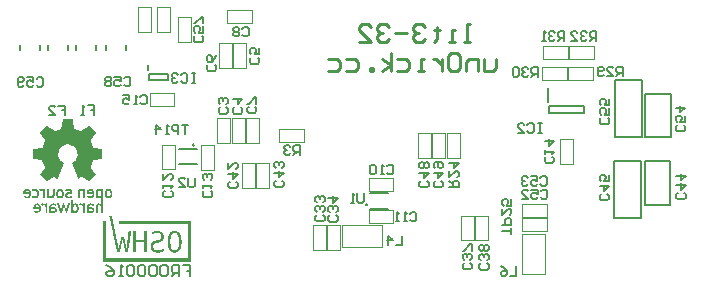
<source format=gbo>
G04*
G04 #@! TF.GenerationSoftware,Altium Limited,Altium Designer,21.2.2 (38)*
G04*
G04 Layer_Color=32896*
%FSLAX44Y44*%
%MOMM*%
G71*
G04*
G04 #@! TF.SameCoordinates,E197076A-8C22-4D41-9B62-958370782F32*
G04*
G04*
G04 #@! TF.FilePolarity,Positive*
G04*
G01*
G75*
%ADD10C,0.2000*%
%ADD12C,0.2540*%
%ADD13C,0.1000*%
%ADD14C,0.1200*%
%ADD16C,0.1500*%
%ADD104C,0.1300*%
G36*
X118957Y44541D02*
X119067D01*
Y44430D01*
Y44320D01*
Y44209D01*
Y44099D01*
Y43988D01*
Y43878D01*
Y43767D01*
Y43656D01*
Y43546D01*
Y43435D01*
Y43325D01*
Y43214D01*
Y43103D01*
Y42993D01*
Y42882D01*
Y42772D01*
Y42661D01*
Y42551D01*
Y42440D01*
Y42329D01*
Y42219D01*
Y42108D01*
Y41998D01*
Y41887D01*
Y41776D01*
Y41666D01*
Y41555D01*
Y41445D01*
Y41334D01*
Y41224D01*
Y41113D01*
Y41002D01*
Y40892D01*
Y40781D01*
Y40671D01*
Y40560D01*
Y40450D01*
Y40339D01*
Y40228D01*
Y40118D01*
Y40007D01*
Y39897D01*
Y39786D01*
Y39676D01*
Y39565D01*
Y39454D01*
Y39344D01*
Y39233D01*
Y39123D01*
Y39012D01*
Y38902D01*
Y38791D01*
Y38680D01*
Y38570D01*
Y38459D01*
Y38349D01*
Y38238D01*
Y38127D01*
Y38017D01*
Y37906D01*
Y37796D01*
Y37685D01*
Y37575D01*
Y37464D01*
Y37353D01*
Y37243D01*
Y37132D01*
Y37022D01*
Y36911D01*
Y36800D01*
Y36690D01*
Y36579D01*
Y36469D01*
Y36358D01*
Y36248D01*
Y36137D01*
Y36026D01*
Y35916D01*
Y35805D01*
Y35695D01*
Y35584D01*
Y35474D01*
Y35363D01*
Y35252D01*
Y35142D01*
Y35031D01*
Y34921D01*
Y34810D01*
Y34699D01*
Y34589D01*
Y34478D01*
Y34368D01*
Y34257D01*
Y34147D01*
Y34036D01*
Y33925D01*
Y33815D01*
Y33704D01*
Y33594D01*
Y33483D01*
Y33373D01*
Y33262D01*
Y33151D01*
Y33041D01*
Y32930D01*
Y32820D01*
Y32709D01*
Y32599D01*
Y32488D01*
Y32377D01*
Y32267D01*
Y32156D01*
Y32046D01*
Y31935D01*
Y31825D01*
Y31714D01*
Y31603D01*
Y31493D01*
Y31382D01*
Y31272D01*
Y31161D01*
Y31051D01*
Y30940D01*
Y30829D01*
Y30719D01*
Y30608D01*
Y30498D01*
Y30387D01*
Y30277D01*
Y30166D01*
Y30055D01*
Y29945D01*
Y29834D01*
Y29724D01*
Y29613D01*
Y29502D01*
Y29392D01*
Y29281D01*
Y29171D01*
Y29060D01*
Y28949D01*
Y28839D01*
Y28728D01*
Y28618D01*
Y28507D01*
Y28397D01*
Y28286D01*
Y28175D01*
Y28065D01*
Y27954D01*
Y27844D01*
Y27733D01*
Y27623D01*
Y27512D01*
Y27401D01*
Y27291D01*
Y27180D01*
Y27070D01*
Y26959D01*
X116856D01*
Y27070D01*
Y27180D01*
Y27291D01*
Y27401D01*
Y27512D01*
Y27623D01*
Y27733D01*
Y27844D01*
Y27954D01*
Y28065D01*
Y28175D01*
Y28286D01*
Y28397D01*
Y28507D01*
Y28618D01*
Y28728D01*
Y28839D01*
Y28949D01*
Y29060D01*
Y29171D01*
Y29281D01*
Y29392D01*
Y29502D01*
Y29613D01*
Y29724D01*
Y29834D01*
Y29945D01*
Y30055D01*
Y30166D01*
Y30277D01*
Y30387D01*
Y30498D01*
Y30608D01*
Y30719D01*
Y30829D01*
Y30940D01*
Y31051D01*
Y31161D01*
Y31272D01*
Y31382D01*
Y31493D01*
Y31603D01*
Y31714D01*
Y31825D01*
Y31935D01*
Y32046D01*
Y32156D01*
Y32267D01*
Y32377D01*
Y32488D01*
Y32599D01*
Y32709D01*
Y32820D01*
Y32930D01*
Y33041D01*
Y33151D01*
Y33262D01*
Y33373D01*
Y33483D01*
Y33594D01*
Y33704D01*
Y33815D01*
Y33925D01*
Y34036D01*
Y34147D01*
Y34257D01*
Y34368D01*
Y34478D01*
Y34589D01*
Y34699D01*
Y34810D01*
Y34921D01*
Y35031D01*
Y35142D01*
Y35252D01*
Y35363D01*
Y35474D01*
X110000D01*
Y35363D01*
Y35252D01*
Y35142D01*
Y35031D01*
Y34921D01*
Y34810D01*
Y34699D01*
Y34589D01*
Y34478D01*
Y34368D01*
Y34257D01*
Y34147D01*
Y34036D01*
Y33925D01*
Y33815D01*
Y33704D01*
Y33594D01*
Y33483D01*
Y33373D01*
Y33262D01*
Y33151D01*
Y33041D01*
Y32930D01*
Y32820D01*
Y32709D01*
Y32599D01*
Y32488D01*
Y32377D01*
Y32267D01*
Y32156D01*
Y32046D01*
Y31935D01*
Y31825D01*
Y31714D01*
Y31603D01*
Y31493D01*
Y31382D01*
Y31272D01*
Y31161D01*
Y31051D01*
Y30940D01*
Y30829D01*
Y30719D01*
Y30608D01*
Y30498D01*
Y30387D01*
Y30277D01*
Y30166D01*
Y30055D01*
Y29945D01*
Y29834D01*
Y29724D01*
Y29613D01*
Y29502D01*
Y29392D01*
Y29281D01*
Y29171D01*
Y29060D01*
Y28949D01*
Y28839D01*
Y28728D01*
Y28618D01*
Y28507D01*
Y28397D01*
Y28286D01*
Y28175D01*
Y28065D01*
Y27954D01*
Y27844D01*
Y27733D01*
Y27623D01*
Y27512D01*
Y27401D01*
Y27291D01*
Y27180D01*
Y27070D01*
Y26959D01*
X107788D01*
Y27070D01*
Y27180D01*
Y27291D01*
Y27401D01*
Y27512D01*
Y27623D01*
Y27733D01*
Y27844D01*
Y27954D01*
Y28065D01*
Y28175D01*
Y28286D01*
Y28397D01*
Y28507D01*
Y28618D01*
Y28728D01*
Y28839D01*
Y28949D01*
Y29060D01*
Y29171D01*
Y29281D01*
Y29392D01*
Y29502D01*
Y29613D01*
Y29724D01*
Y29834D01*
Y29945D01*
Y30055D01*
Y30166D01*
Y30277D01*
Y30387D01*
Y30498D01*
Y30608D01*
Y30719D01*
Y30829D01*
Y30940D01*
Y31051D01*
Y31161D01*
Y31272D01*
Y31382D01*
Y31493D01*
Y31603D01*
Y31714D01*
Y31825D01*
Y31935D01*
Y32046D01*
Y32156D01*
Y32267D01*
Y32377D01*
Y32488D01*
Y32599D01*
Y32709D01*
Y32820D01*
Y32930D01*
Y33041D01*
Y33151D01*
Y33262D01*
Y33373D01*
Y33483D01*
Y33594D01*
Y33704D01*
Y33815D01*
Y33925D01*
Y34036D01*
Y34147D01*
Y34257D01*
Y34368D01*
Y34478D01*
Y34589D01*
Y34699D01*
Y34810D01*
Y34921D01*
Y35031D01*
Y35142D01*
Y35252D01*
Y35363D01*
Y35474D01*
Y35584D01*
Y35695D01*
Y35805D01*
Y35916D01*
Y36026D01*
Y36137D01*
Y36248D01*
Y36358D01*
Y36469D01*
Y36579D01*
Y36690D01*
Y36800D01*
Y36911D01*
Y37022D01*
Y37132D01*
Y37243D01*
Y37353D01*
Y37464D01*
Y37575D01*
Y37685D01*
Y37796D01*
Y37906D01*
Y38017D01*
Y38127D01*
Y38238D01*
Y38349D01*
Y38459D01*
Y38570D01*
Y38680D01*
Y38791D01*
Y38902D01*
Y39012D01*
Y39123D01*
Y39233D01*
Y39344D01*
Y39454D01*
Y39565D01*
Y39676D01*
Y39786D01*
Y39897D01*
Y40007D01*
Y40118D01*
Y40228D01*
Y40339D01*
Y40450D01*
Y40560D01*
Y40671D01*
Y40781D01*
Y40892D01*
Y41002D01*
Y41113D01*
Y41224D01*
Y41334D01*
Y41445D01*
Y41555D01*
Y41666D01*
Y41776D01*
Y41887D01*
Y41998D01*
Y42108D01*
Y42219D01*
Y42329D01*
Y42440D01*
Y42551D01*
Y42661D01*
Y42772D01*
Y42882D01*
Y42993D01*
Y43103D01*
Y43214D01*
Y43325D01*
Y43435D01*
Y43546D01*
Y43656D01*
Y43767D01*
Y43878D01*
Y43988D01*
Y44099D01*
Y44209D01*
Y44320D01*
Y44430D01*
Y44541D01*
X108562D01*
Y44651D01*
X109558D01*
Y44541D01*
X110000D01*
Y44430D01*
Y44320D01*
Y44209D01*
Y44099D01*
Y43988D01*
Y43878D01*
Y43767D01*
Y43656D01*
Y43546D01*
Y43435D01*
Y43325D01*
Y43214D01*
Y43103D01*
Y42993D01*
Y42882D01*
Y42772D01*
Y42661D01*
Y42551D01*
Y42440D01*
Y42329D01*
Y42219D01*
Y42108D01*
Y41998D01*
Y41887D01*
Y41776D01*
Y41666D01*
Y41555D01*
Y41445D01*
Y41334D01*
Y41224D01*
Y41113D01*
Y41002D01*
Y40892D01*
Y40781D01*
Y40671D01*
Y40560D01*
Y40450D01*
Y40339D01*
Y40228D01*
Y40118D01*
Y40007D01*
Y39897D01*
Y39786D01*
Y39676D01*
Y39565D01*
Y39454D01*
Y39344D01*
Y39233D01*
Y39123D01*
Y39012D01*
Y38902D01*
Y38791D01*
Y38680D01*
Y38570D01*
Y38459D01*
Y38349D01*
Y38238D01*
Y38127D01*
Y38017D01*
Y37906D01*
Y37796D01*
Y37685D01*
Y37575D01*
Y37464D01*
Y37353D01*
X116856D01*
Y37464D01*
Y37575D01*
Y37685D01*
Y37796D01*
Y37906D01*
Y38017D01*
Y38127D01*
Y38238D01*
Y38349D01*
Y38459D01*
Y38570D01*
Y38680D01*
Y38791D01*
Y38902D01*
Y39012D01*
Y39123D01*
Y39233D01*
Y39344D01*
Y39454D01*
Y39565D01*
Y39676D01*
Y39786D01*
Y39897D01*
Y40007D01*
Y40118D01*
Y40228D01*
Y40339D01*
Y40450D01*
Y40560D01*
Y40671D01*
Y40781D01*
Y40892D01*
Y41002D01*
Y41113D01*
Y41224D01*
Y41334D01*
Y41445D01*
Y41555D01*
Y41666D01*
Y41776D01*
Y41887D01*
Y41998D01*
Y42108D01*
Y42219D01*
Y42329D01*
Y42440D01*
Y42551D01*
Y42661D01*
Y42772D01*
Y42882D01*
Y42993D01*
Y43103D01*
Y43214D01*
Y43325D01*
Y43435D01*
Y43546D01*
Y43656D01*
Y43767D01*
Y43878D01*
Y43988D01*
Y44099D01*
Y44209D01*
Y44320D01*
Y44430D01*
Y44541D01*
X116966D01*
Y44651D01*
X118957D01*
Y44541D01*
D02*
G37*
G36*
X89543Y57700D02*
Y57589D01*
X89654D01*
Y57478D01*
Y57368D01*
Y57257D01*
Y57147D01*
Y57036D01*
Y56926D01*
X89764D01*
Y56815D01*
Y56704D01*
Y56594D01*
Y56483D01*
Y56373D01*
X89875D01*
Y56262D01*
Y56151D01*
Y56041D01*
Y55930D01*
Y55820D01*
Y55709D01*
X90096D01*
Y55599D01*
Y55488D01*
Y55377D01*
Y55267D01*
Y55156D01*
X90207D01*
Y55046D01*
Y54935D01*
Y54825D01*
Y54714D01*
Y54603D01*
Y54493D01*
X90317D01*
Y54382D01*
Y54272D01*
Y54161D01*
Y54050D01*
Y53940D01*
Y53829D01*
X90428D01*
Y53719D01*
Y53608D01*
Y53498D01*
Y53387D01*
Y53277D01*
X90538D01*
Y53166D01*
Y53055D01*
Y52945D01*
Y52834D01*
Y52724D01*
Y52613D01*
X90760D01*
Y52502D01*
X90649D01*
Y52392D01*
Y52281D01*
Y52171D01*
Y52060D01*
Y51950D01*
X90870D01*
Y51839D01*
Y51728D01*
Y51618D01*
Y51507D01*
Y51397D01*
Y51286D01*
X90981D01*
Y51175D01*
Y51065D01*
Y50954D01*
Y50844D01*
X91091D01*
Y50733D01*
Y50623D01*
Y50512D01*
Y50402D01*
Y50291D01*
Y50180D01*
X91202D01*
Y50070D01*
Y49959D01*
Y49849D01*
Y49738D01*
Y49627D01*
Y49517D01*
X91312D01*
Y49406D01*
Y49296D01*
Y49185D01*
Y49075D01*
Y48964D01*
Y48853D01*
X91534D01*
Y48743D01*
Y48632D01*
Y48522D01*
Y48411D01*
Y48300D01*
Y48190D01*
X91644D01*
Y48079D01*
Y47969D01*
Y47858D01*
Y47748D01*
Y47637D01*
X91755D01*
Y47526D01*
Y47416D01*
Y47305D01*
Y47195D01*
Y47084D01*
Y46974D01*
X91865D01*
Y46863D01*
Y46752D01*
Y46642D01*
Y46531D01*
Y46421D01*
Y46310D01*
X91976D01*
Y46200D01*
Y46089D01*
Y45978D01*
Y45868D01*
Y45757D01*
X92086D01*
Y45647D01*
Y45536D01*
Y45426D01*
Y45315D01*
Y45204D01*
Y45094D01*
X92308D01*
Y44983D01*
Y44873D01*
Y44762D01*
Y44651D01*
Y44541D01*
X92418D01*
Y44430D01*
Y44320D01*
Y44209D01*
Y44099D01*
Y43988D01*
Y43878D01*
X92529D01*
Y43767D01*
Y43656D01*
Y43546D01*
Y43435D01*
Y43325D01*
Y43214D01*
X92639D01*
Y43103D01*
Y42993D01*
Y42882D01*
Y42772D01*
Y42661D01*
Y42551D01*
X92750D01*
Y42440D01*
Y42329D01*
Y42219D01*
Y42108D01*
X92860D01*
Y41998D01*
X92971D01*
Y41887D01*
Y41776D01*
Y41666D01*
Y41555D01*
Y41445D01*
X93082D01*
Y41334D01*
Y41224D01*
Y41113D01*
Y41002D01*
Y40892D01*
Y40781D01*
X93192D01*
Y40671D01*
Y40560D01*
Y40450D01*
Y40339D01*
Y40228D01*
Y40118D01*
X93303D01*
Y40007D01*
Y39897D01*
Y39786D01*
Y39676D01*
Y39565D01*
Y39454D01*
X93413D01*
Y39344D01*
Y39233D01*
Y39123D01*
Y39012D01*
Y38902D01*
Y38791D01*
X93635D01*
Y38680D01*
X93524D01*
Y38570D01*
Y38459D01*
Y38349D01*
Y38238D01*
X93745D01*
Y38127D01*
Y38017D01*
Y37906D01*
Y37796D01*
Y37685D01*
Y37575D01*
X93856D01*
Y37464D01*
Y37353D01*
Y37243D01*
Y37132D01*
Y37022D01*
Y36911D01*
X93966D01*
Y36800D01*
Y36690D01*
Y36579D01*
Y36469D01*
Y36358D01*
X94077D01*
Y36248D01*
Y36137D01*
Y36026D01*
Y35916D01*
Y35805D01*
X94187D01*
Y35695D01*
Y35584D01*
Y35474D01*
Y35363D01*
Y35252D01*
Y35142D01*
X94409D01*
Y35031D01*
X94298D01*
Y34921D01*
Y34810D01*
Y34699D01*
Y34589D01*
Y34478D01*
X94519D01*
Y34368D01*
Y34257D01*
Y34147D01*
Y34036D01*
Y33925D01*
Y33815D01*
X94630D01*
Y33704D01*
Y33594D01*
Y33483D01*
Y33373D01*
Y33262D01*
Y33151D01*
X94740D01*
Y33041D01*
Y32930D01*
Y32820D01*
Y32709D01*
Y32599D01*
X94851D01*
Y32488D01*
Y32377D01*
Y32267D01*
Y32156D01*
Y32046D01*
X94962D01*
Y31935D01*
Y31825D01*
Y31714D01*
Y31603D01*
Y31493D01*
Y31382D01*
X95183D01*
Y31272D01*
Y31161D01*
Y31051D01*
Y30940D01*
Y30829D01*
Y30719D01*
X95293D01*
Y30608D01*
Y30498D01*
Y30387D01*
Y30277D01*
X95514D01*
Y30387D01*
Y30498D01*
Y30608D01*
Y30719D01*
X95736D01*
Y30829D01*
Y30940D01*
Y31051D01*
X95625D01*
Y31161D01*
X95736D01*
Y31272D01*
X95846D01*
Y31382D01*
Y31493D01*
Y31603D01*
Y31714D01*
Y31825D01*
X95957D01*
Y31935D01*
Y32046D01*
Y32156D01*
Y32267D01*
Y32377D01*
Y32488D01*
X96067D01*
Y32599D01*
Y32709D01*
Y32820D01*
Y32930D01*
Y33041D01*
X96178D01*
Y33151D01*
Y33262D01*
Y33373D01*
Y33483D01*
Y33594D01*
Y33704D01*
X96288D01*
Y33815D01*
Y33925D01*
Y34036D01*
Y34147D01*
Y34257D01*
Y34368D01*
X96510D01*
Y34478D01*
Y34589D01*
Y34699D01*
Y34810D01*
Y34921D01*
X96620D01*
Y35031D01*
Y35142D01*
Y35252D01*
Y35363D01*
Y35474D01*
X96731D01*
Y35584D01*
Y35695D01*
Y35805D01*
Y35916D01*
Y36026D01*
Y36137D01*
X96841D01*
Y36248D01*
Y36358D01*
Y36469D01*
Y36579D01*
Y36690D01*
X96952D01*
Y36800D01*
Y36911D01*
Y37022D01*
Y37132D01*
Y37243D01*
Y37353D01*
X97173D01*
Y37464D01*
Y37575D01*
Y37685D01*
Y37796D01*
Y37906D01*
X97062D01*
Y38017D01*
X97284D01*
Y38127D01*
Y38238D01*
Y38349D01*
Y38459D01*
Y38570D01*
X97394D01*
Y38680D01*
Y38791D01*
Y38902D01*
Y39012D01*
Y39123D01*
Y39233D01*
X97505D01*
Y39344D01*
Y39454D01*
Y39565D01*
Y39676D01*
X99937D01*
Y39565D01*
Y39454D01*
Y39344D01*
Y39233D01*
Y39123D01*
Y39012D01*
X100159D01*
Y38902D01*
X100048D01*
Y38791D01*
Y38680D01*
Y38570D01*
Y38459D01*
Y38349D01*
X100269D01*
Y38238D01*
Y38127D01*
Y38017D01*
Y37906D01*
X100380D01*
Y37796D01*
Y37685D01*
Y37575D01*
Y37464D01*
Y37353D01*
Y37243D01*
X100490D01*
Y37132D01*
Y37022D01*
Y36911D01*
Y36800D01*
Y36690D01*
Y36579D01*
X100601D01*
Y36469D01*
Y36358D01*
Y36248D01*
Y36137D01*
Y36026D01*
Y35916D01*
X100711D01*
Y35805D01*
Y35695D01*
Y35584D01*
Y35474D01*
Y35363D01*
X100933D01*
Y35252D01*
X100822D01*
Y35142D01*
Y35031D01*
Y34921D01*
Y34810D01*
X100933D01*
Y34699D01*
X101043D01*
Y34589D01*
Y34478D01*
Y34368D01*
Y34257D01*
Y34147D01*
Y34036D01*
X101154D01*
Y33925D01*
Y33815D01*
Y33704D01*
Y33594D01*
X101264D01*
Y33483D01*
Y33373D01*
Y33262D01*
Y33151D01*
Y33041D01*
Y32930D01*
X101375D01*
Y32820D01*
Y32709D01*
Y32599D01*
Y32488D01*
Y32377D01*
Y32267D01*
X101596D01*
Y32156D01*
X101486D01*
Y32046D01*
Y31935D01*
Y31825D01*
Y31714D01*
Y31603D01*
X101707D01*
Y31493D01*
Y31382D01*
Y31272D01*
Y31161D01*
Y31051D01*
X101817D01*
Y30940D01*
Y30829D01*
Y30719D01*
Y30608D01*
Y30498D01*
Y30387D01*
X102038D01*
Y30498D01*
Y30608D01*
X102260D01*
Y30719D01*
Y30829D01*
Y30940D01*
Y31051D01*
Y31161D01*
Y31272D01*
Y31382D01*
Y31493D01*
X102149D01*
Y31603D01*
X102370D01*
Y31714D01*
Y31825D01*
Y31935D01*
Y32046D01*
Y32156D01*
Y32267D01*
Y32377D01*
Y32488D01*
Y32599D01*
Y32709D01*
Y32820D01*
X102481D01*
Y32930D01*
Y33041D01*
Y33151D01*
Y33262D01*
Y33373D01*
Y33483D01*
Y33594D01*
Y33704D01*
Y33815D01*
X102591D01*
Y33925D01*
Y34036D01*
Y34147D01*
Y34257D01*
Y34368D01*
Y34478D01*
Y34589D01*
Y34699D01*
Y34810D01*
Y34921D01*
Y35031D01*
X102702D01*
Y35142D01*
Y35252D01*
Y35363D01*
Y35474D01*
Y35584D01*
Y35695D01*
Y35805D01*
Y35916D01*
Y36026D01*
X102812D01*
Y36137D01*
Y36248D01*
Y36358D01*
Y36469D01*
Y36579D01*
Y36690D01*
Y36800D01*
Y36911D01*
Y37022D01*
Y37132D01*
Y37243D01*
X103034D01*
Y37353D01*
Y37464D01*
Y37575D01*
Y37685D01*
Y37796D01*
Y37906D01*
Y38017D01*
Y38127D01*
Y38238D01*
X103144D01*
Y38349D01*
Y38459D01*
Y38570D01*
Y38680D01*
Y38791D01*
Y38902D01*
Y39012D01*
Y39123D01*
Y39233D01*
Y39344D01*
X103255D01*
Y39454D01*
Y39565D01*
Y39676D01*
Y39786D01*
Y39897D01*
Y40007D01*
Y40118D01*
Y40228D01*
Y40339D01*
Y40450D01*
X103365D01*
Y40560D01*
Y40671D01*
Y40781D01*
Y40892D01*
Y41002D01*
Y41113D01*
Y41224D01*
Y41334D01*
Y41445D01*
Y41555D01*
X103476D01*
Y41666D01*
Y41776D01*
Y41887D01*
Y41998D01*
Y42108D01*
Y42219D01*
Y42329D01*
Y42440D01*
Y42551D01*
Y42661D01*
X103587D01*
Y42772D01*
X103697D01*
Y42882D01*
Y42993D01*
Y43103D01*
Y43214D01*
Y43325D01*
Y43435D01*
Y43546D01*
Y43656D01*
X103587D01*
Y43767D01*
X103808D01*
Y43878D01*
Y43988D01*
Y44099D01*
Y44209D01*
Y44320D01*
Y44430D01*
Y44541D01*
X106019D01*
Y44430D01*
Y44320D01*
X105798D01*
Y44209D01*
Y44099D01*
Y43988D01*
Y43878D01*
Y43767D01*
Y43656D01*
Y43546D01*
X105687D01*
Y43435D01*
Y43325D01*
Y43214D01*
Y43103D01*
Y42993D01*
Y42882D01*
Y42772D01*
Y42661D01*
Y42551D01*
X105577D01*
Y42440D01*
Y42329D01*
Y42219D01*
Y42108D01*
Y41998D01*
Y41887D01*
Y41776D01*
Y41666D01*
X105466D01*
Y41555D01*
Y41445D01*
Y41334D01*
Y41224D01*
Y41113D01*
Y41002D01*
Y40892D01*
X105356D01*
Y40781D01*
Y40671D01*
Y40560D01*
Y40450D01*
Y40339D01*
Y40228D01*
Y40118D01*
Y40007D01*
X105135D01*
Y39897D01*
Y39786D01*
Y39676D01*
Y39565D01*
Y39454D01*
Y39344D01*
Y39233D01*
Y39123D01*
X105024D01*
Y39012D01*
Y38902D01*
Y38791D01*
Y38680D01*
Y38570D01*
Y38459D01*
Y38349D01*
Y38238D01*
Y38127D01*
X104913D01*
Y38017D01*
Y37906D01*
Y37796D01*
Y37685D01*
Y37575D01*
Y37464D01*
Y37353D01*
X104803D01*
Y37243D01*
Y37132D01*
Y37022D01*
Y36911D01*
Y36800D01*
Y36690D01*
Y36579D01*
Y36469D01*
X104692D01*
Y36358D01*
Y36248D01*
Y36137D01*
Y36026D01*
Y35916D01*
Y35805D01*
Y35695D01*
X104582D01*
Y35584D01*
Y35474D01*
Y35363D01*
Y35252D01*
Y35142D01*
Y35031D01*
Y34921D01*
Y34810D01*
X104361D01*
Y34699D01*
Y34589D01*
Y34478D01*
Y34368D01*
Y34257D01*
Y34147D01*
Y34036D01*
Y33925D01*
Y33815D01*
X104250D01*
Y33704D01*
Y33594D01*
Y33483D01*
Y33373D01*
Y33262D01*
Y33151D01*
Y33041D01*
Y32930D01*
X104139D01*
Y32820D01*
Y32709D01*
Y32599D01*
Y32488D01*
Y32377D01*
Y32267D01*
Y32156D01*
X104029D01*
Y32046D01*
Y31935D01*
Y31825D01*
Y31714D01*
Y31603D01*
Y31493D01*
Y31382D01*
Y31272D01*
X103918D01*
Y31161D01*
Y31051D01*
Y30940D01*
Y30829D01*
Y30719D01*
Y30608D01*
Y30498D01*
Y30387D01*
Y30277D01*
X103697D01*
Y30166D01*
Y30055D01*
Y29945D01*
Y29834D01*
Y29724D01*
Y29613D01*
Y29502D01*
X103587D01*
Y29392D01*
Y29281D01*
Y29171D01*
Y29060D01*
Y28949D01*
Y28839D01*
Y28728D01*
Y28618D01*
X103476D01*
Y28507D01*
Y28397D01*
Y28286D01*
Y28175D01*
Y28065D01*
Y27954D01*
Y27844D01*
Y27733D01*
X103365D01*
Y27623D01*
Y27512D01*
Y27401D01*
Y27291D01*
Y27180D01*
Y27070D01*
X103255D01*
Y26959D01*
X101264D01*
Y27070D01*
X101154D01*
Y27180D01*
Y27291D01*
Y27401D01*
Y27512D01*
X101043D01*
Y27623D01*
Y27733D01*
Y27844D01*
Y27954D01*
X100933D01*
Y28065D01*
Y28175D01*
Y28286D01*
Y28397D01*
Y28507D01*
Y28618D01*
X100711D01*
Y28728D01*
X100822D01*
Y28839D01*
Y28949D01*
Y29060D01*
Y29171D01*
X100601D01*
Y29281D01*
Y29392D01*
Y29502D01*
Y29613D01*
Y29724D01*
X100490D01*
Y29834D01*
Y29945D01*
Y30055D01*
Y30166D01*
Y30277D01*
X100380D01*
Y30387D01*
Y30498D01*
Y30608D01*
Y30719D01*
Y30829D01*
X100269D01*
Y30940D01*
Y31051D01*
Y31161D01*
Y31272D01*
Y31382D01*
Y31493D01*
X100159D01*
Y31603D01*
Y31714D01*
Y31825D01*
Y31935D01*
Y32046D01*
X99937D01*
Y32156D01*
Y32267D01*
Y32377D01*
Y32488D01*
Y32599D01*
X99827D01*
Y32709D01*
Y32820D01*
Y32930D01*
Y33041D01*
Y33151D01*
X99716D01*
Y33262D01*
Y33373D01*
Y33483D01*
Y33594D01*
Y33704D01*
X99606D01*
Y33815D01*
Y33925D01*
Y34036D01*
Y34147D01*
Y34257D01*
Y34368D01*
X99495D01*
Y34478D01*
Y34589D01*
Y34699D01*
Y34810D01*
Y34921D01*
X99274D01*
Y35031D01*
X99385D01*
Y35142D01*
Y35252D01*
Y35363D01*
X99274D01*
Y35474D01*
X99163D01*
Y35584D01*
Y35695D01*
Y35805D01*
Y35916D01*
Y36026D01*
X99053D01*
Y36137D01*
Y36248D01*
Y36358D01*
Y36469D01*
Y36579D01*
X98942D01*
Y36690D01*
Y36800D01*
Y36911D01*
Y37022D01*
Y37132D01*
X98832D01*
Y37243D01*
Y37353D01*
X98500D01*
Y37243D01*
Y37132D01*
Y37022D01*
Y36911D01*
X98389D01*
Y36800D01*
Y36690D01*
Y36579D01*
Y36469D01*
Y36358D01*
X98279D01*
Y36248D01*
Y36137D01*
Y36026D01*
Y35916D01*
Y35805D01*
Y35695D01*
X98168D01*
Y35584D01*
Y35474D01*
Y35363D01*
Y35252D01*
Y35142D01*
X98058D01*
Y35031D01*
Y34921D01*
Y34810D01*
Y34699D01*
Y34589D01*
X97837D01*
Y34478D01*
Y34368D01*
Y34257D01*
Y34147D01*
Y34036D01*
X97726D01*
Y33925D01*
Y33815D01*
Y33704D01*
Y33594D01*
Y33483D01*
X97615D01*
Y33373D01*
Y33262D01*
Y33151D01*
Y33041D01*
Y32930D01*
X97505D01*
Y32820D01*
Y32709D01*
Y32599D01*
Y32488D01*
Y32377D01*
Y32267D01*
X97394D01*
Y32156D01*
Y32046D01*
Y31935D01*
Y31825D01*
Y31714D01*
X97173D01*
Y31603D01*
Y31493D01*
Y31382D01*
Y31272D01*
X97284D01*
Y31161D01*
X97062D01*
Y31051D01*
Y30940D01*
Y30829D01*
Y30719D01*
Y30608D01*
X96952D01*
Y30498D01*
Y30387D01*
Y30277D01*
Y30166D01*
Y30055D01*
X96841D01*
Y29945D01*
Y29834D01*
Y29724D01*
Y29613D01*
Y29502D01*
Y29392D01*
X96731D01*
Y29281D01*
Y29171D01*
Y29060D01*
Y28949D01*
X96620D01*
Y28839D01*
Y28728D01*
Y28618D01*
Y28507D01*
Y28397D01*
X96399D01*
Y28286D01*
Y28175D01*
Y28065D01*
Y27954D01*
Y27844D01*
Y27733D01*
X96288D01*
Y27623D01*
Y27512D01*
Y27401D01*
Y27291D01*
Y27180D01*
X96178D01*
Y27070D01*
Y26959D01*
X94077D01*
Y27070D01*
Y27180D01*
X93966D01*
Y27291D01*
Y27401D01*
Y27512D01*
Y27623D01*
Y27733D01*
Y27844D01*
X93856D01*
Y27954D01*
Y28065D01*
Y28175D01*
Y28286D01*
Y28397D01*
X93745D01*
Y28507D01*
Y28618D01*
Y28728D01*
Y28839D01*
Y28949D01*
Y29060D01*
X93635D01*
Y29171D01*
Y29281D01*
Y29392D01*
Y29502D01*
Y29613D01*
Y29724D01*
X93413D01*
Y29834D01*
Y29945D01*
Y30055D01*
Y30166D01*
X93303D01*
Y30277D01*
Y30387D01*
Y30498D01*
Y30608D01*
Y30719D01*
Y30829D01*
X93192D01*
Y30940D01*
Y31051D01*
Y31161D01*
Y31272D01*
Y31382D01*
Y31493D01*
X93082D01*
Y31603D01*
Y31714D01*
Y31825D01*
Y31935D01*
Y32046D01*
X92971D01*
Y32156D01*
Y32267D01*
Y32377D01*
Y32488D01*
Y32599D01*
Y32709D01*
X92750D01*
Y32820D01*
X92860D01*
Y32930D01*
Y33041D01*
Y33151D01*
X92639D01*
Y33262D01*
Y33373D01*
Y33483D01*
Y33594D01*
Y33704D01*
Y33815D01*
X92529D01*
Y33925D01*
Y34036D01*
Y34147D01*
Y34257D01*
Y34368D01*
X92418D01*
Y34478D01*
Y34589D01*
Y34699D01*
Y34810D01*
Y34921D01*
Y35031D01*
X92308D01*
Y35142D01*
Y35252D01*
Y35363D01*
Y35474D01*
Y35584D01*
Y35695D01*
X92197D01*
Y35805D01*
Y35916D01*
Y36026D01*
Y36137D01*
Y36248D01*
X91976D01*
Y36358D01*
X92086D01*
Y36469D01*
Y36579D01*
Y36690D01*
Y36800D01*
X91976D01*
Y36911D01*
X91865D01*
Y37022D01*
Y37132D01*
Y37243D01*
Y37353D01*
Y37464D01*
X91755D01*
Y37575D01*
Y37685D01*
Y37796D01*
Y37906D01*
Y38017D01*
X91644D01*
Y38127D01*
Y38238D01*
Y38349D01*
Y38459D01*
Y38570D01*
Y38680D01*
X91534D01*
Y38791D01*
Y38902D01*
Y39012D01*
Y39123D01*
Y39233D01*
X91312D01*
Y39344D01*
X91423D01*
Y39454D01*
Y39565D01*
Y39676D01*
Y39786D01*
Y39897D01*
X91202D01*
Y40007D01*
Y40118D01*
Y40228D01*
Y40339D01*
X91091D01*
Y40450D01*
Y40560D01*
Y40671D01*
Y40781D01*
Y40892D01*
Y41002D01*
X90981D01*
Y41113D01*
Y41224D01*
Y41334D01*
Y41445D01*
Y41555D01*
Y41666D01*
X90870D01*
Y41776D01*
Y41887D01*
Y41998D01*
Y42108D01*
Y42219D01*
X90760D01*
Y42329D01*
Y42440D01*
Y42551D01*
Y42661D01*
Y42772D01*
Y42882D01*
X90538D01*
Y42993D01*
X90649D01*
Y43103D01*
Y43214D01*
Y43325D01*
Y43435D01*
X90538D01*
Y43546D01*
X90428D01*
Y43656D01*
Y43767D01*
Y43878D01*
Y43988D01*
X90317D01*
Y44099D01*
Y44209D01*
Y44320D01*
Y44430D01*
Y44541D01*
Y44651D01*
X90207D01*
Y44762D01*
Y44873D01*
Y44983D01*
Y45094D01*
Y45204D01*
Y45315D01*
X90096D01*
Y45426D01*
Y45536D01*
Y45647D01*
Y45757D01*
Y45868D01*
X89875D01*
Y45978D01*
X89986D01*
Y46089D01*
Y46200D01*
Y46310D01*
Y46421D01*
Y46531D01*
X89764D01*
Y46642D01*
Y46752D01*
Y46863D01*
Y46974D01*
Y47084D01*
X89654D01*
Y47195D01*
Y47305D01*
Y47416D01*
Y47526D01*
Y47637D01*
Y47748D01*
X89543D01*
Y47858D01*
Y47969D01*
Y48079D01*
Y48190D01*
X89433D01*
Y48300D01*
Y48411D01*
Y48522D01*
Y48632D01*
Y48743D01*
Y48853D01*
X89322D01*
Y48964D01*
Y49075D01*
Y49185D01*
Y49296D01*
Y49406D01*
Y49517D01*
X89101D01*
Y49627D01*
X89212D01*
Y49738D01*
Y49849D01*
Y49959D01*
Y50070D01*
X88990D01*
Y50180D01*
Y50291D01*
Y50402D01*
Y50512D01*
Y50623D01*
Y50733D01*
X88880D01*
Y50844D01*
Y50954D01*
Y51065D01*
Y51175D01*
X88769D01*
Y51286D01*
Y51397D01*
Y51507D01*
Y51618D01*
Y51728D01*
Y51839D01*
X88659D01*
Y51950D01*
Y52060D01*
Y52171D01*
Y52281D01*
Y52392D01*
Y52502D01*
X88548D01*
Y52613D01*
Y52724D01*
Y52834D01*
Y52945D01*
Y53055D01*
X88327D01*
Y53166D01*
Y53277D01*
Y53387D01*
Y53498D01*
Y53608D01*
Y53719D01*
X88216D01*
Y53829D01*
Y53940D01*
Y54050D01*
Y54161D01*
Y54272D01*
X88106D01*
Y54382D01*
Y54493D01*
Y54603D01*
Y54714D01*
Y54825D01*
X87995D01*
Y54935D01*
Y55046D01*
Y55156D01*
Y55267D01*
Y55377D01*
Y55488D01*
X87885D01*
Y55599D01*
Y55709D01*
Y55820D01*
Y55930D01*
Y56041D01*
X87663D01*
Y56151D01*
X87774D01*
Y56262D01*
Y56373D01*
Y56483D01*
Y56594D01*
Y56704D01*
X87553D01*
Y56815D01*
Y56926D01*
Y57036D01*
Y57147D01*
Y57257D01*
Y57368D01*
X87442D01*
Y57478D01*
Y57589D01*
Y57700D01*
Y57810D01*
X89543D01*
Y57700D01*
D02*
G37*
G36*
X143726Y44762D02*
X144389D01*
Y44651D01*
X144721D01*
Y44541D01*
X145163D01*
Y44430D01*
X145385D01*
Y44320D01*
X145606D01*
Y44209D01*
X145716D01*
Y44099D01*
X145827D01*
Y43988D01*
X146048D01*
Y43878D01*
X146159D01*
Y43767D01*
X146269D01*
Y43656D01*
X146380D01*
Y43546D01*
X146490D01*
Y43435D01*
X146601D01*
Y43325D01*
X146712D01*
Y43214D01*
X146822D01*
Y43103D01*
X146933D01*
Y42993D01*
Y42882D01*
X147043D01*
Y42772D01*
X147154D01*
Y42661D01*
Y42551D01*
Y42440D01*
X147375D01*
Y42329D01*
X147486D01*
Y42219D01*
Y42108D01*
Y41998D01*
X147596D01*
Y41887D01*
Y41776D01*
Y41666D01*
X147707D01*
Y41555D01*
Y41445D01*
X147817D01*
Y41334D01*
Y41224D01*
Y41113D01*
Y41002D01*
X148039D01*
Y40892D01*
X147928D01*
Y40781D01*
Y40671D01*
X148039D01*
Y40560D01*
X148149D01*
Y40450D01*
Y40339D01*
Y40228D01*
Y40118D01*
X148260D01*
Y40007D01*
Y39897D01*
Y39786D01*
Y39676D01*
Y39565D01*
Y39454D01*
X148370D01*
Y39344D01*
Y39233D01*
Y39123D01*
Y39012D01*
Y38902D01*
Y38791D01*
Y38680D01*
X148481D01*
Y38570D01*
Y38459D01*
Y38349D01*
Y38238D01*
Y38127D01*
Y38017D01*
Y37906D01*
Y37796D01*
Y37685D01*
Y37575D01*
Y37464D01*
Y37353D01*
X148702D01*
Y37243D01*
X148591D01*
Y37132D01*
Y37022D01*
Y36911D01*
Y36800D01*
Y36690D01*
Y36579D01*
Y36469D01*
Y36358D01*
Y36248D01*
Y36137D01*
Y36026D01*
Y35916D01*
Y35805D01*
Y35695D01*
Y35584D01*
Y35474D01*
Y35363D01*
Y35252D01*
Y35142D01*
Y35031D01*
Y34921D01*
Y34810D01*
Y34699D01*
Y34589D01*
Y34478D01*
Y34368D01*
Y34257D01*
Y34147D01*
X148481D01*
Y34036D01*
Y33925D01*
Y33815D01*
Y33704D01*
Y33594D01*
Y33483D01*
Y33373D01*
Y33262D01*
Y33151D01*
Y33041D01*
Y32930D01*
Y32820D01*
X148370D01*
Y32709D01*
Y32599D01*
Y32488D01*
Y32377D01*
Y32267D01*
Y32156D01*
Y32046D01*
X148260D01*
Y31935D01*
Y31825D01*
Y31714D01*
Y31603D01*
Y31493D01*
X148149D01*
Y31382D01*
Y31272D01*
Y31161D01*
Y31051D01*
Y30940D01*
X147928D01*
Y30829D01*
Y30719D01*
Y30608D01*
X148039D01*
Y30498D01*
X147817D01*
Y30387D01*
Y30277D01*
Y30166D01*
Y30055D01*
X147707D01*
Y29945D01*
Y29834D01*
X147596D01*
Y29724D01*
Y29613D01*
Y29502D01*
X147486D01*
Y29392D01*
Y29281D01*
X147375D01*
Y29171D01*
Y29060D01*
X147264D01*
Y28949D01*
X147154D01*
Y28839D01*
X147043D01*
Y28728D01*
Y28618D01*
X146933D01*
Y28507D01*
X146822D01*
Y28397D01*
X146712D01*
Y28286D01*
X146601D01*
Y28175D01*
Y28065D01*
X146380D01*
Y27954D01*
X146269D01*
Y27844D01*
X146159D01*
Y27733D01*
X146048D01*
Y27623D01*
X145938D01*
Y27512D01*
X145716D01*
Y27401D01*
X145606D01*
Y27291D01*
X145385D01*
Y27180D01*
X145163D01*
Y27070D01*
X144832D01*
Y26959D01*
X144500D01*
Y26849D01*
X143947D01*
Y26738D01*
Y26627D01*
X141625D01*
Y26738D01*
X141514D01*
Y26849D01*
X141072D01*
Y26959D01*
X140630D01*
Y27070D01*
X140409D01*
Y27180D01*
X140188D01*
Y27291D01*
X139856D01*
Y27401D01*
Y27512D01*
X139635D01*
Y27623D01*
X139524D01*
Y27733D01*
X139413D01*
Y27844D01*
X139192D01*
Y27954D01*
X139082D01*
Y28065D01*
X138971D01*
Y28175D01*
Y28286D01*
X138861D01*
Y28397D01*
X138750D01*
Y28507D01*
X138529D01*
Y28618D01*
X138418D01*
Y28728D01*
X138529D01*
Y28839D01*
X138418D01*
Y28949D01*
X138308D01*
Y29060D01*
Y29171D01*
X138197D01*
Y29281D01*
X138087D01*
Y29392D01*
Y29502D01*
X137976D01*
Y29613D01*
Y29724D01*
Y29834D01*
X137865D01*
Y29945D01*
Y30055D01*
Y30166D01*
X137644D01*
Y30277D01*
Y30387D01*
Y30498D01*
X137534D01*
Y30608D01*
Y30719D01*
Y30829D01*
Y30940D01*
X137423D01*
Y31051D01*
Y31161D01*
Y31272D01*
Y31382D01*
X137312D01*
Y31493D01*
Y31603D01*
Y31714D01*
Y31825D01*
Y31935D01*
Y32046D01*
X137202D01*
Y32156D01*
Y32267D01*
Y32377D01*
Y32488D01*
Y32599D01*
Y32709D01*
Y32820D01*
X136981D01*
Y32930D01*
X137091D01*
Y33041D01*
Y33151D01*
Y33262D01*
Y33373D01*
Y33483D01*
Y33594D01*
Y33704D01*
Y33815D01*
Y33925D01*
Y34036D01*
Y34147D01*
X136870D01*
Y34257D01*
Y34368D01*
Y34478D01*
Y34589D01*
Y34699D01*
Y34810D01*
Y34921D01*
Y35031D01*
Y35142D01*
Y35252D01*
Y35363D01*
Y35474D01*
Y35584D01*
Y35695D01*
Y35805D01*
Y35916D01*
Y36026D01*
Y36137D01*
Y36248D01*
Y36358D01*
Y36469D01*
Y36579D01*
Y36690D01*
Y36800D01*
Y36911D01*
Y37022D01*
Y37132D01*
Y37243D01*
Y37353D01*
Y37464D01*
X137091D01*
Y37575D01*
Y37685D01*
Y37796D01*
Y37906D01*
Y38017D01*
Y38127D01*
Y38238D01*
Y38349D01*
Y38459D01*
Y38570D01*
Y38680D01*
X136981D01*
Y38791D01*
X137202D01*
Y38902D01*
Y39012D01*
Y39123D01*
Y39233D01*
Y39344D01*
Y39454D01*
Y39565D01*
X137312D01*
Y39676D01*
Y39786D01*
Y39897D01*
Y40007D01*
Y40118D01*
X137423D01*
Y40228D01*
Y40339D01*
Y40450D01*
Y40560D01*
X137534D01*
Y40671D01*
Y40781D01*
Y40892D01*
Y41002D01*
X137755D01*
Y41113D01*
Y41224D01*
X137644D01*
Y41334D01*
Y41445D01*
X137865D01*
Y41555D01*
Y41666D01*
X137976D01*
Y41776D01*
Y41887D01*
X138087D01*
Y41998D01*
Y42108D01*
Y42219D01*
X138197D01*
Y42329D01*
Y42440D01*
X138308D01*
Y42551D01*
Y42661D01*
X138418D01*
Y42772D01*
X138529D01*
Y42882D01*
X138639D01*
Y42993D01*
Y43103D01*
X138750D01*
Y43214D01*
X138861D01*
Y43325D01*
X138971D01*
Y43435D01*
X139082D01*
Y43546D01*
Y43656D01*
X139192D01*
Y43767D01*
X139413D01*
Y43878D01*
X139524D01*
Y43988D01*
X139745D01*
Y44099D01*
X139856D01*
Y44209D01*
X139966D01*
Y44320D01*
X140188D01*
Y44430D01*
X140409D01*
Y44541D01*
X140851D01*
Y44651D01*
X141183D01*
Y44762D01*
X141846D01*
Y44873D01*
X143726D01*
Y44762D01*
D02*
G37*
G36*
X128798D02*
X129572D01*
Y44651D01*
X130125D01*
Y44541D01*
X130346D01*
Y44430D01*
X130788D01*
Y44320D01*
X131010D01*
Y44209D01*
X131120D01*
Y44099D01*
X131341D01*
Y43988D01*
X131452D01*
Y43878D01*
X131673D01*
Y43767D01*
X131784D01*
Y43656D01*
X131894D01*
Y43546D01*
X132005D01*
Y43435D01*
X132226D01*
Y43325D01*
X132337D01*
Y43214D01*
X132447D01*
Y43103D01*
Y42993D01*
X132558D01*
Y42882D01*
X132668D01*
Y42772D01*
X132779D01*
Y42661D01*
X132889D01*
Y42551D01*
Y42440D01*
X133000D01*
Y42329D01*
X133111D01*
Y42219D01*
Y42108D01*
Y41998D01*
X133221D01*
Y41887D01*
Y41776D01*
X133332D01*
Y41666D01*
Y41555D01*
Y41445D01*
X133553D01*
Y41334D01*
Y41224D01*
X133442D01*
Y41113D01*
Y41002D01*
Y40892D01*
X133664D01*
Y40781D01*
Y40671D01*
Y40560D01*
Y40450D01*
Y40339D01*
Y40228D01*
Y40118D01*
Y40007D01*
Y39897D01*
Y39786D01*
Y39676D01*
Y39565D01*
Y39454D01*
Y39344D01*
Y39233D01*
Y39123D01*
Y39012D01*
Y38902D01*
Y38791D01*
Y38680D01*
X133442D01*
Y38570D01*
Y38459D01*
X133553D01*
Y38349D01*
X133442D01*
Y38238D01*
X133332D01*
Y38127D01*
Y38017D01*
Y37906D01*
X133221D01*
Y37796D01*
Y37685D01*
X133111D01*
Y37575D01*
Y37464D01*
Y37353D01*
X133000D01*
Y37243D01*
X132889D01*
Y37132D01*
X132668D01*
Y37022D01*
Y36911D01*
Y36800D01*
X132558D01*
Y36690D01*
X132447D01*
Y36579D01*
X132337D01*
Y36469D01*
X132115D01*
Y36358D01*
X132005D01*
Y36248D01*
X131673D01*
Y36137D01*
Y36026D01*
X131562D01*
Y35916D01*
X131341D01*
Y35805D01*
X130899D01*
Y35695D01*
X130678D01*
Y35584D01*
X130457D01*
Y35474D01*
X129904D01*
Y35363D01*
Y35252D01*
X129461D01*
Y35142D01*
X128909D01*
Y35031D01*
X128356D01*
Y34921D01*
X127803D01*
Y34810D01*
X127250D01*
Y34699D01*
Y34589D01*
X126808D01*
Y34478D01*
X126476D01*
Y34368D01*
X126255D01*
Y34257D01*
X125923D01*
Y34147D01*
X125702D01*
Y34036D01*
X125591D01*
Y33925D01*
Y33815D01*
X125260D01*
Y33704D01*
X125149D01*
Y33594D01*
Y33483D01*
X125038D01*
Y33373D01*
X124928D01*
Y33262D01*
Y33151D01*
Y33041D01*
X124707D01*
Y32930D01*
Y32820D01*
X124817D01*
Y32709D01*
X124596D01*
Y32599D01*
Y32488D01*
Y32377D01*
Y32267D01*
Y32156D01*
Y32046D01*
X124486D01*
Y31935D01*
Y31825D01*
Y31714D01*
Y31603D01*
Y31493D01*
Y31382D01*
Y31272D01*
Y31161D01*
X124596D01*
Y31051D01*
Y30940D01*
Y30829D01*
Y30719D01*
Y30608D01*
X124707D01*
Y30498D01*
Y30387D01*
Y30277D01*
Y30166D01*
X124928D01*
Y30055D01*
Y29945D01*
X125038D01*
Y29834D01*
Y29724D01*
Y29613D01*
X125149D01*
Y29502D01*
X125260D01*
Y29392D01*
X125481D01*
Y29281D01*
X125591D01*
Y29171D01*
X125813D01*
Y29060D01*
Y28949D01*
X125923D01*
Y28839D01*
X126255D01*
Y28728D01*
X126587D01*
Y28618D01*
X127029D01*
Y28507D01*
X127914D01*
Y28397D01*
X129019D01*
Y28507D01*
X130125D01*
Y28618D01*
X130567D01*
Y28728D01*
X131010D01*
Y28839D01*
X131341D01*
Y28949D01*
X131673D01*
Y29060D01*
Y29171D01*
X131894D01*
Y29281D01*
X132337D01*
Y29392D01*
X132558D01*
Y29502D01*
X132779D01*
Y29613D01*
X133000D01*
Y29724D01*
X133111D01*
Y29834D01*
X133221D01*
Y29945D01*
X133553D01*
Y29834D01*
X133442D01*
Y29724D01*
Y29613D01*
Y29502D01*
Y29392D01*
Y29281D01*
Y29171D01*
Y29060D01*
Y28949D01*
Y28839D01*
Y28728D01*
Y28618D01*
Y28507D01*
Y28397D01*
Y28286D01*
Y28175D01*
Y28065D01*
Y27954D01*
Y27844D01*
X133553D01*
Y27733D01*
X133442D01*
Y27623D01*
X133111D01*
Y27512D01*
X132779D01*
Y27401D01*
Y27291D01*
X132337D01*
Y27180D01*
X132005D01*
Y27070D01*
X131452D01*
Y26959D01*
X130899D01*
Y26849D01*
X130125D01*
Y26738D01*
Y26627D01*
X126918D01*
Y26738D01*
X126808D01*
Y26849D01*
X126144D01*
Y26959D01*
X125702D01*
Y27070D01*
X125370D01*
Y27180D01*
X125149D01*
Y27291D01*
X124817D01*
Y27401D01*
X124707D01*
Y27512D01*
X124596D01*
Y27623D01*
X124375D01*
Y27733D01*
X124264D01*
Y27844D01*
X123933D01*
Y27954D01*
X123822D01*
Y28065D01*
X123712D01*
Y28175D01*
Y28286D01*
X123601D01*
Y28397D01*
X123490D01*
Y28507D01*
Y28618D01*
X123269D01*
Y28728D01*
X123159D01*
Y28839D01*
Y28949D01*
X123048D01*
Y29060D01*
Y29171D01*
X122937D01*
Y29281D01*
Y29392D01*
X122827D01*
Y29502D01*
Y29613D01*
Y29724D01*
Y29834D01*
X122716D01*
Y29945D01*
Y30055D01*
Y30166D01*
X122606D01*
Y30277D01*
Y30387D01*
Y30498D01*
Y30608D01*
Y30719D01*
Y30829D01*
X122385D01*
Y30940D01*
Y31051D01*
Y31161D01*
Y31272D01*
Y31382D01*
Y31493D01*
Y31603D01*
Y31714D01*
Y31825D01*
Y31935D01*
Y32046D01*
Y32156D01*
Y32267D01*
Y32377D01*
Y32488D01*
Y32599D01*
X122495D01*
Y32709D01*
X122606D01*
Y32820D01*
Y32930D01*
Y33041D01*
Y33151D01*
Y33262D01*
X122716D01*
Y33373D01*
Y33483D01*
Y33594D01*
Y33704D01*
X122827D01*
Y33815D01*
Y33925D01*
Y34036D01*
X122937D01*
Y34147D01*
Y34257D01*
Y34368D01*
X123048D01*
Y34478D01*
X123269D01*
Y34589D01*
X123159D01*
Y34699D01*
X123269D01*
Y34810D01*
X123380D01*
Y34921D01*
X123490D01*
Y35031D01*
X123601D01*
Y35142D01*
X123712D01*
Y35252D01*
X123822D01*
Y35363D01*
X123933D01*
Y35474D01*
X124043D01*
Y35584D01*
X124154D01*
Y35695D01*
X124264D01*
Y35805D01*
X124486D01*
Y35916D01*
X124707D01*
Y36026D01*
X125038D01*
Y36137D01*
X125260D01*
Y36248D01*
Y36358D01*
X125591D01*
Y36469D01*
X125813D01*
Y36579D01*
X126144D01*
Y36690D01*
X126697D01*
Y36800D01*
X127139D01*
Y36911D01*
X127692D01*
Y37022D01*
X127803D01*
Y37132D01*
X128245D01*
Y37243D01*
X128798D01*
Y37353D01*
X129351D01*
Y37464D01*
X129572D01*
Y37575D01*
X129904D01*
Y37685D01*
X130014D01*
Y37796D01*
X130236D01*
Y37906D01*
X130457D01*
Y38017D01*
X130567D01*
Y38127D01*
X130899D01*
Y38238D01*
X131010D01*
Y38349D01*
Y38459D01*
Y38570D01*
X131120D01*
Y38680D01*
X131341D01*
Y38791D01*
Y38902D01*
X131452D01*
Y39012D01*
Y39123D01*
Y39233D01*
Y39344D01*
Y39454D01*
X131562D01*
Y39565D01*
Y39676D01*
Y39786D01*
Y39897D01*
Y40007D01*
Y40118D01*
Y40228D01*
Y40339D01*
Y40450D01*
Y40560D01*
Y40671D01*
Y40781D01*
X131452D01*
Y40892D01*
Y41002D01*
Y41113D01*
Y41224D01*
Y41334D01*
X131341D01*
Y41445D01*
Y41555D01*
X131120D01*
Y41666D01*
X131231D01*
Y41776D01*
X131010D01*
Y41887D01*
Y41998D01*
X130899D01*
Y42108D01*
X130788D01*
Y42219D01*
X130567D01*
Y42329D01*
X130457D01*
Y42440D01*
X130236D01*
Y42551D01*
X130125D01*
Y42661D01*
Y42772D01*
X129793D01*
Y42882D01*
X129461D01*
Y42993D01*
X128909D01*
Y43103D01*
X126587D01*
Y42993D01*
X125923D01*
Y42882D01*
X125591D01*
Y42772D01*
X125149D01*
Y42661D01*
Y42551D01*
X124817D01*
Y42440D01*
X124486D01*
Y42329D01*
X124264D01*
Y42219D01*
X124043D01*
Y42108D01*
X123712D01*
Y41998D01*
X123601D01*
Y41887D01*
Y41776D01*
X123490D01*
Y41887D01*
Y41998D01*
Y42108D01*
Y42219D01*
Y42329D01*
Y42440D01*
Y42551D01*
Y42661D01*
Y42772D01*
Y42882D01*
Y42993D01*
Y43103D01*
Y43214D01*
Y43325D01*
Y43435D01*
Y43546D01*
Y43656D01*
Y43767D01*
Y43878D01*
Y43988D01*
X123712D01*
Y44099D01*
X124043D01*
Y44209D01*
X124154D01*
Y44320D01*
X124486D01*
Y44430D01*
X124928D01*
Y44541D01*
X125481D01*
Y44651D01*
X126034D01*
Y44762D01*
X126918D01*
Y44873D01*
X128798D01*
Y44762D01*
D02*
G37*
G36*
X156885Y53277D02*
Y53166D01*
Y53055D01*
Y52945D01*
Y52834D01*
Y52724D01*
Y52613D01*
Y52502D01*
Y52392D01*
Y52281D01*
Y52171D01*
Y52060D01*
Y51950D01*
Y51839D01*
Y51728D01*
Y51618D01*
Y51507D01*
Y51397D01*
Y51286D01*
Y51175D01*
Y51065D01*
Y50954D01*
Y50844D01*
Y50733D01*
Y50623D01*
Y50512D01*
Y50402D01*
Y50291D01*
Y50180D01*
Y50070D01*
Y49959D01*
Y49849D01*
Y49738D01*
Y49627D01*
Y49517D01*
Y49406D01*
Y49296D01*
Y49185D01*
Y49075D01*
Y48964D01*
Y48853D01*
Y48743D01*
Y48632D01*
Y48522D01*
Y48411D01*
Y48300D01*
Y48190D01*
Y48079D01*
Y47969D01*
Y47858D01*
Y47748D01*
Y47637D01*
Y47526D01*
Y47416D01*
Y47305D01*
Y47195D01*
Y47084D01*
Y46974D01*
Y46863D01*
Y46752D01*
Y46642D01*
Y46531D01*
Y46421D01*
Y46310D01*
Y46200D01*
Y46089D01*
Y45978D01*
Y45868D01*
Y45757D01*
Y45647D01*
Y45536D01*
Y45426D01*
Y45315D01*
Y45204D01*
Y45094D01*
Y44983D01*
Y44873D01*
Y44762D01*
Y44651D01*
Y44541D01*
Y44430D01*
Y44320D01*
Y44209D01*
Y44099D01*
Y43988D01*
Y43878D01*
Y43767D01*
Y43656D01*
Y43546D01*
Y43435D01*
Y43325D01*
Y43214D01*
Y43103D01*
Y42993D01*
Y42882D01*
Y42772D01*
Y42661D01*
Y42551D01*
Y42440D01*
Y42329D01*
Y42219D01*
Y42108D01*
Y41998D01*
Y41887D01*
Y41776D01*
Y41666D01*
Y41555D01*
Y41445D01*
Y41334D01*
Y41224D01*
Y41113D01*
Y41002D01*
Y40892D01*
Y40781D01*
Y40671D01*
Y40560D01*
Y40450D01*
Y40339D01*
Y40228D01*
Y40118D01*
Y40007D01*
Y39897D01*
Y39786D01*
Y39676D01*
Y39565D01*
Y39454D01*
Y39344D01*
Y39233D01*
Y39123D01*
Y39012D01*
Y38902D01*
Y38791D01*
Y38680D01*
Y38570D01*
Y38459D01*
Y38349D01*
Y38238D01*
Y38127D01*
Y38017D01*
Y37906D01*
Y37796D01*
Y37685D01*
Y37575D01*
Y37464D01*
Y37353D01*
Y37243D01*
Y37132D01*
Y37022D01*
Y36911D01*
Y36800D01*
Y36690D01*
Y36579D01*
Y36469D01*
Y36358D01*
Y36248D01*
Y36137D01*
Y36026D01*
Y35916D01*
Y35805D01*
Y35695D01*
Y35584D01*
Y35474D01*
Y35363D01*
Y35252D01*
Y35142D01*
Y35031D01*
Y34921D01*
Y34810D01*
Y34699D01*
Y34589D01*
Y34478D01*
Y34368D01*
Y34257D01*
Y34147D01*
Y34036D01*
Y33925D01*
Y33815D01*
Y33704D01*
Y33594D01*
Y33483D01*
Y33373D01*
Y33262D01*
Y33151D01*
Y33041D01*
Y32930D01*
Y32820D01*
Y32709D01*
Y32599D01*
Y32488D01*
Y32377D01*
Y32267D01*
Y32156D01*
Y32046D01*
Y31935D01*
Y31825D01*
Y31714D01*
Y31603D01*
Y31493D01*
Y31382D01*
Y31272D01*
Y31161D01*
Y31051D01*
Y30940D01*
Y30829D01*
Y30719D01*
Y30608D01*
Y30498D01*
Y30387D01*
Y30277D01*
Y30166D01*
Y30055D01*
Y29945D01*
Y29834D01*
Y29724D01*
Y29613D01*
Y29502D01*
Y29392D01*
Y29281D01*
Y29171D01*
Y29060D01*
Y28949D01*
Y28839D01*
Y28728D01*
Y28618D01*
Y28507D01*
Y28397D01*
Y28286D01*
Y28175D01*
Y28065D01*
Y27954D01*
Y27844D01*
Y27733D01*
Y27623D01*
Y27512D01*
Y27401D01*
Y27291D01*
Y27180D01*
Y27070D01*
Y26959D01*
Y26849D01*
Y26738D01*
Y26627D01*
Y26517D01*
Y26406D01*
Y26296D01*
Y26185D01*
Y26075D01*
Y25964D01*
Y25853D01*
Y25743D01*
Y25632D01*
Y25522D01*
Y25411D01*
Y25301D01*
Y25190D01*
Y25079D01*
Y24969D01*
Y24858D01*
Y24748D01*
Y24637D01*
Y24526D01*
Y24416D01*
Y24305D01*
Y24195D01*
Y24084D01*
Y23974D01*
Y23863D01*
Y23752D01*
Y23642D01*
Y23531D01*
Y23421D01*
Y23310D01*
Y23200D01*
Y23089D01*
Y22978D01*
Y22868D01*
Y22757D01*
Y22647D01*
Y22536D01*
Y22425D01*
Y22315D01*
Y22204D01*
Y22094D01*
Y21983D01*
Y21873D01*
Y21762D01*
Y21651D01*
Y21541D01*
Y21430D01*
Y21320D01*
Y21209D01*
Y21098D01*
Y20988D01*
Y20877D01*
Y20767D01*
Y20656D01*
Y20546D01*
Y20435D01*
Y20324D01*
Y20214D01*
Y20103D01*
Y19993D01*
Y19882D01*
Y19772D01*
Y19661D01*
Y19550D01*
Y19440D01*
Y19329D01*
Y19219D01*
Y19108D01*
Y18998D01*
Y18887D01*
X82024D01*
Y18998D01*
Y19108D01*
Y19219D01*
Y19329D01*
Y19440D01*
Y19550D01*
Y19661D01*
Y19772D01*
Y19882D01*
Y19993D01*
Y20103D01*
Y20214D01*
Y20324D01*
Y20435D01*
Y20546D01*
Y20656D01*
Y20767D01*
Y20877D01*
Y20988D01*
Y21098D01*
Y21209D01*
Y21320D01*
Y21430D01*
Y21541D01*
Y21651D01*
Y21762D01*
Y21873D01*
Y21983D01*
Y22094D01*
Y22204D01*
Y22315D01*
Y22425D01*
Y22536D01*
Y22647D01*
Y22757D01*
Y22868D01*
Y22978D01*
Y23089D01*
Y23200D01*
Y23310D01*
Y23421D01*
Y23531D01*
Y23642D01*
Y23752D01*
Y23863D01*
Y23974D01*
Y24084D01*
Y24195D01*
Y24305D01*
Y24416D01*
Y24526D01*
Y24637D01*
Y24748D01*
Y24858D01*
Y24969D01*
Y25079D01*
Y25190D01*
Y25301D01*
Y25411D01*
Y25522D01*
Y25632D01*
Y25743D01*
Y25853D01*
Y25964D01*
Y26075D01*
Y26185D01*
Y26296D01*
Y26406D01*
Y26517D01*
Y26627D01*
Y26738D01*
Y26849D01*
Y26959D01*
Y27070D01*
Y27180D01*
Y27291D01*
Y27401D01*
Y27512D01*
Y27623D01*
Y27733D01*
Y27844D01*
Y27954D01*
Y28065D01*
Y28175D01*
Y28286D01*
Y28397D01*
Y28507D01*
Y28618D01*
Y28728D01*
Y28839D01*
Y28949D01*
Y29060D01*
Y29171D01*
Y29281D01*
Y29392D01*
Y29502D01*
Y29613D01*
Y29724D01*
Y29834D01*
Y29945D01*
Y30055D01*
Y30166D01*
Y30277D01*
Y30387D01*
Y30498D01*
Y30608D01*
Y30719D01*
Y30829D01*
Y30940D01*
Y31051D01*
Y31161D01*
Y31272D01*
Y31382D01*
Y31493D01*
Y31603D01*
Y31714D01*
Y31825D01*
Y31935D01*
Y32046D01*
Y32156D01*
Y32267D01*
Y32377D01*
Y32488D01*
Y32599D01*
Y32709D01*
Y32820D01*
Y32930D01*
Y33041D01*
Y33151D01*
Y33262D01*
Y33373D01*
Y33483D01*
Y33594D01*
Y33704D01*
Y33815D01*
Y33925D01*
Y34036D01*
Y34147D01*
Y34257D01*
Y34368D01*
Y34478D01*
Y34589D01*
Y34699D01*
Y34810D01*
Y34921D01*
Y35031D01*
Y35142D01*
Y35252D01*
Y35363D01*
Y35474D01*
Y35584D01*
Y35695D01*
Y35805D01*
Y35916D01*
Y36026D01*
Y36137D01*
Y36248D01*
Y36358D01*
Y36469D01*
Y36579D01*
Y36690D01*
Y36800D01*
Y36911D01*
Y37022D01*
Y37132D01*
Y37243D01*
Y37353D01*
Y37464D01*
Y37575D01*
Y37685D01*
Y37796D01*
Y37906D01*
Y38017D01*
Y38127D01*
Y38238D01*
Y38349D01*
Y38459D01*
Y38570D01*
Y38680D01*
Y38791D01*
Y38902D01*
Y39012D01*
Y39123D01*
Y39233D01*
Y39344D01*
Y39454D01*
Y39565D01*
Y39676D01*
Y39786D01*
Y39897D01*
Y40007D01*
Y40118D01*
Y40228D01*
Y40339D01*
Y40450D01*
Y40560D01*
Y40671D01*
Y40781D01*
Y40892D01*
Y41002D01*
Y41113D01*
Y41224D01*
Y41334D01*
Y41445D01*
Y41555D01*
Y41666D01*
Y41776D01*
Y41887D01*
Y41998D01*
Y42108D01*
Y42219D01*
Y42329D01*
Y42440D01*
Y42551D01*
Y42661D01*
Y42772D01*
Y42882D01*
Y42993D01*
Y43103D01*
Y43214D01*
Y43325D01*
Y43435D01*
Y43546D01*
Y43656D01*
Y43767D01*
Y43878D01*
Y43988D01*
Y44099D01*
Y44209D01*
Y44320D01*
Y44430D01*
Y44541D01*
Y44651D01*
Y44762D01*
Y44873D01*
Y44983D01*
Y45094D01*
Y45204D01*
Y45315D01*
Y45426D01*
Y45536D01*
Y45647D01*
Y45757D01*
Y45868D01*
Y45978D01*
Y46089D01*
Y46200D01*
Y46310D01*
Y46421D01*
Y46531D01*
Y46642D01*
Y46752D01*
Y46863D01*
Y46974D01*
Y47084D01*
Y47195D01*
Y47305D01*
Y47416D01*
Y47526D01*
Y47637D01*
Y47748D01*
Y47858D01*
Y47969D01*
Y48079D01*
Y48190D01*
Y48300D01*
Y48411D01*
Y48522D01*
Y48632D01*
Y48743D01*
Y48853D01*
Y48964D01*
Y49075D01*
Y49185D01*
Y49296D01*
Y49406D01*
Y49517D01*
Y49627D01*
Y49738D01*
Y49849D01*
Y49959D01*
Y50070D01*
Y50180D01*
Y50291D01*
Y50402D01*
Y50512D01*
Y50623D01*
Y50733D01*
Y50844D01*
Y50954D01*
Y51065D01*
Y51175D01*
Y51286D01*
Y51397D01*
Y51507D01*
Y51618D01*
Y51728D01*
Y51839D01*
Y51950D01*
Y52060D01*
Y52171D01*
Y52281D01*
Y52392D01*
Y52502D01*
Y52613D01*
Y52724D01*
Y52834D01*
Y52945D01*
Y53055D01*
Y53166D01*
Y53277D01*
Y53387D01*
X84678D01*
Y53277D01*
X84788D01*
Y53166D01*
Y53055D01*
Y52945D01*
Y52834D01*
Y52724D01*
Y52613D01*
Y52502D01*
Y52392D01*
Y52281D01*
Y52171D01*
Y52060D01*
Y51950D01*
Y51839D01*
Y51728D01*
Y51618D01*
Y51507D01*
Y51397D01*
Y51286D01*
Y51175D01*
Y51065D01*
Y50954D01*
Y50844D01*
Y50733D01*
Y50623D01*
Y50512D01*
Y50402D01*
Y50291D01*
Y50180D01*
Y50070D01*
Y49959D01*
Y49849D01*
Y49738D01*
Y49627D01*
Y49517D01*
Y49406D01*
Y49296D01*
Y49185D01*
Y49075D01*
Y48964D01*
Y48853D01*
Y48743D01*
Y48632D01*
Y48522D01*
Y48411D01*
Y48300D01*
Y48190D01*
Y48079D01*
Y47969D01*
Y47858D01*
Y47748D01*
Y47637D01*
Y47526D01*
Y47416D01*
Y47305D01*
Y47195D01*
Y47084D01*
Y46974D01*
Y46863D01*
Y46752D01*
Y46642D01*
Y46531D01*
Y46421D01*
Y46310D01*
Y46200D01*
Y46089D01*
Y45978D01*
Y45868D01*
Y45757D01*
Y45647D01*
Y45536D01*
Y45426D01*
Y45315D01*
Y45204D01*
Y45094D01*
Y44983D01*
Y44873D01*
Y44762D01*
Y44651D01*
Y44541D01*
Y44430D01*
Y44320D01*
Y44209D01*
Y44099D01*
Y43988D01*
Y43878D01*
Y43767D01*
Y43656D01*
Y43546D01*
Y43435D01*
Y43325D01*
Y43214D01*
Y43103D01*
Y42993D01*
Y42882D01*
Y42772D01*
Y42661D01*
Y42551D01*
Y42440D01*
Y42329D01*
Y42219D01*
Y42108D01*
Y41998D01*
Y41887D01*
Y41776D01*
Y41666D01*
Y41555D01*
Y41445D01*
Y41334D01*
Y41224D01*
Y41113D01*
Y41002D01*
Y40892D01*
Y40781D01*
Y40671D01*
Y40560D01*
Y40450D01*
Y40339D01*
Y40228D01*
Y40118D01*
Y40007D01*
Y39897D01*
Y39786D01*
Y39676D01*
Y39565D01*
Y39454D01*
Y39344D01*
Y39233D01*
Y39123D01*
Y39012D01*
Y38902D01*
Y38791D01*
Y38680D01*
Y38570D01*
Y38459D01*
Y38349D01*
Y38238D01*
Y38127D01*
Y38017D01*
Y37906D01*
Y37796D01*
Y37685D01*
Y37575D01*
Y37464D01*
Y37353D01*
Y37243D01*
Y37132D01*
Y37022D01*
Y36911D01*
Y36800D01*
Y36690D01*
Y36579D01*
Y36469D01*
Y36358D01*
Y36248D01*
Y36137D01*
Y36026D01*
Y35916D01*
Y35805D01*
Y35695D01*
Y35584D01*
Y35474D01*
Y35363D01*
Y35252D01*
Y35142D01*
Y35031D01*
Y34921D01*
Y34810D01*
Y34699D01*
Y34589D01*
Y34478D01*
Y34368D01*
Y34257D01*
Y34147D01*
Y34036D01*
Y33925D01*
Y33815D01*
Y33704D01*
Y33594D01*
Y33483D01*
Y33373D01*
Y33262D01*
Y33151D01*
Y33041D01*
Y32930D01*
Y32820D01*
Y32709D01*
Y32599D01*
Y32488D01*
Y32377D01*
Y32267D01*
Y32156D01*
Y32046D01*
Y31935D01*
Y31825D01*
Y31714D01*
Y31603D01*
Y31493D01*
Y31382D01*
Y31272D01*
Y31161D01*
Y31051D01*
Y30940D01*
Y30829D01*
Y30719D01*
Y30608D01*
Y30498D01*
Y30387D01*
Y30277D01*
Y30166D01*
Y30055D01*
Y29945D01*
Y29834D01*
Y29724D01*
Y29613D01*
Y29502D01*
Y29392D01*
Y29281D01*
Y29171D01*
Y29060D01*
Y28949D01*
Y28839D01*
Y28728D01*
Y28618D01*
Y28507D01*
Y28397D01*
Y28286D01*
Y28175D01*
Y28065D01*
Y27954D01*
Y27844D01*
Y27733D01*
Y27623D01*
Y27512D01*
Y27401D01*
Y27291D01*
Y27180D01*
Y27070D01*
Y26959D01*
Y26849D01*
Y26738D01*
Y26627D01*
Y26517D01*
Y26406D01*
Y26296D01*
Y26185D01*
Y26075D01*
Y25964D01*
Y25853D01*
Y25743D01*
Y25632D01*
Y25522D01*
Y25411D01*
Y25301D01*
Y25190D01*
Y25079D01*
Y24969D01*
Y24858D01*
Y24748D01*
Y24637D01*
Y24526D01*
Y24416D01*
Y24305D01*
Y24195D01*
Y24084D01*
Y23974D01*
Y23863D01*
Y23752D01*
Y23642D01*
Y23531D01*
Y23421D01*
Y23310D01*
Y23200D01*
Y23089D01*
Y22978D01*
Y22868D01*
Y22757D01*
Y22647D01*
Y22536D01*
Y22425D01*
Y22315D01*
Y22204D01*
Y22094D01*
Y21983D01*
Y21873D01*
X84899D01*
Y21762D01*
X154010D01*
Y21873D01*
Y21983D01*
Y22094D01*
Y22204D01*
Y22315D01*
Y22425D01*
Y22536D01*
Y22647D01*
Y22757D01*
Y22868D01*
Y22978D01*
Y23089D01*
Y23200D01*
Y23310D01*
Y23421D01*
Y23531D01*
Y23642D01*
Y23752D01*
Y23863D01*
Y23974D01*
Y24084D01*
Y24195D01*
Y24305D01*
Y24416D01*
Y24526D01*
Y24637D01*
Y24748D01*
Y24858D01*
Y24969D01*
Y25079D01*
Y25190D01*
Y25301D01*
Y25411D01*
Y25522D01*
Y25632D01*
Y25743D01*
Y25853D01*
Y25964D01*
Y26075D01*
Y26185D01*
Y26296D01*
Y26406D01*
Y26517D01*
Y26627D01*
Y26738D01*
Y26849D01*
Y26959D01*
Y27070D01*
Y27180D01*
Y27291D01*
Y27401D01*
Y27512D01*
Y27623D01*
Y27733D01*
Y27844D01*
Y27954D01*
Y28065D01*
Y28175D01*
Y28286D01*
Y28397D01*
Y28507D01*
Y28618D01*
Y28728D01*
Y28839D01*
Y28949D01*
Y29060D01*
Y29171D01*
Y29281D01*
Y29392D01*
Y29502D01*
Y29613D01*
Y29724D01*
Y29834D01*
Y29945D01*
Y30055D01*
Y30166D01*
Y30277D01*
Y30387D01*
Y30498D01*
Y30608D01*
Y30719D01*
Y30829D01*
Y30940D01*
Y31051D01*
Y31161D01*
Y31272D01*
Y31382D01*
Y31493D01*
Y31603D01*
Y31714D01*
Y31825D01*
Y31935D01*
Y32046D01*
Y32156D01*
Y32267D01*
Y32377D01*
Y32488D01*
Y32599D01*
Y32709D01*
Y32820D01*
Y32930D01*
Y33041D01*
Y33151D01*
Y33262D01*
Y33373D01*
Y33483D01*
Y33594D01*
Y33704D01*
Y33815D01*
Y33925D01*
Y34036D01*
Y34147D01*
Y34257D01*
Y34368D01*
Y34478D01*
Y34589D01*
Y34699D01*
Y34810D01*
Y34921D01*
Y35031D01*
Y35142D01*
Y35252D01*
Y35363D01*
Y35474D01*
Y35584D01*
Y35695D01*
Y35805D01*
Y35916D01*
Y36026D01*
Y36137D01*
Y36248D01*
Y36358D01*
Y36469D01*
Y36579D01*
Y36690D01*
Y36800D01*
Y36911D01*
Y37022D01*
Y37132D01*
Y37243D01*
Y37353D01*
Y37464D01*
Y37575D01*
Y37685D01*
Y37796D01*
Y37906D01*
Y38017D01*
Y38127D01*
Y38238D01*
Y38349D01*
Y38459D01*
Y38570D01*
Y38680D01*
Y38791D01*
Y38902D01*
Y39012D01*
Y39123D01*
Y39233D01*
Y39344D01*
Y39454D01*
Y39565D01*
Y39676D01*
Y39786D01*
Y39897D01*
Y40007D01*
Y40118D01*
Y40228D01*
Y40339D01*
Y40450D01*
Y40560D01*
Y40671D01*
Y40781D01*
Y40892D01*
Y41002D01*
Y41113D01*
Y41224D01*
Y41334D01*
Y41445D01*
Y41555D01*
Y41666D01*
Y41776D01*
Y41887D01*
Y41998D01*
Y42108D01*
Y42219D01*
Y42329D01*
Y42440D01*
Y42551D01*
Y42661D01*
Y42772D01*
Y42882D01*
Y42993D01*
Y43103D01*
Y43214D01*
Y43325D01*
Y43435D01*
Y43546D01*
Y43656D01*
Y43767D01*
Y43878D01*
Y43988D01*
Y44099D01*
Y44209D01*
Y44320D01*
Y44430D01*
Y44541D01*
Y44651D01*
Y44762D01*
Y44873D01*
Y44983D01*
Y45094D01*
Y45204D01*
Y45315D01*
Y45426D01*
Y45536D01*
Y45647D01*
Y45757D01*
Y45868D01*
Y45978D01*
Y46089D01*
Y46200D01*
Y46310D01*
Y46421D01*
Y46531D01*
Y46642D01*
Y46752D01*
Y46863D01*
Y46974D01*
Y47084D01*
Y47195D01*
Y47305D01*
Y47416D01*
Y47526D01*
Y47637D01*
Y47748D01*
Y47858D01*
Y47969D01*
Y48079D01*
Y48190D01*
Y48300D01*
Y48411D01*
Y48522D01*
Y48632D01*
Y48743D01*
Y48853D01*
Y48964D01*
Y49075D01*
Y49185D01*
Y49296D01*
Y49406D01*
Y49517D01*
Y49627D01*
Y49738D01*
Y49849D01*
Y49959D01*
Y50070D01*
Y50180D01*
Y50291D01*
Y50402D01*
X95293D01*
Y50512D01*
Y50623D01*
Y50733D01*
Y50844D01*
Y50954D01*
Y51065D01*
Y51175D01*
Y51286D01*
Y51397D01*
Y51507D01*
Y51618D01*
Y51728D01*
Y51839D01*
Y51950D01*
Y52060D01*
Y52171D01*
Y52281D01*
Y52392D01*
Y52502D01*
Y52613D01*
Y52724D01*
Y52834D01*
Y52945D01*
Y53055D01*
Y53166D01*
Y53277D01*
Y53387D01*
X156885D01*
Y53277D01*
D02*
G37*
G36*
X56389Y139304D02*
Y139165D01*
Y139026D01*
X57917Y131665D01*
Y131388D01*
X58056Y131249D01*
X58195D01*
X63195Y129165D01*
X63750D01*
X69861Y133610D01*
X70278D01*
X70417Y133471D01*
X75834Y128332D01*
Y128193D01*
Y128054D01*
Y127915D01*
Y127777D01*
X71528Y121527D01*
Y121388D01*
Y121249D01*
Y121110D01*
Y120971D01*
X73611Y115832D01*
X74028Y115555D01*
X74167D01*
X81250Y114305D01*
X81389D01*
X81528Y114166D01*
Y114027D01*
Y113888D01*
Y106527D01*
Y106249D01*
X81389Y106110D01*
X81250D01*
X74306Y104721D01*
X74167D01*
X74028Y104583D01*
Y104444D01*
Y104305D01*
X71667Y98888D01*
Y98749D01*
Y98610D01*
Y98471D01*
Y98333D01*
X75834Y92499D01*
Y92360D01*
Y92221D01*
Y92083D01*
X70417Y86805D01*
X70139Y86666D01*
X70000D01*
X69861Y86805D01*
X64167Y90694D01*
X63750D01*
X61250Y89305D01*
X60834Y89444D01*
X60695D01*
X55556Y102083D01*
Y102499D01*
X55695Y102638D01*
X56389Y102916D01*
Y103055D01*
X56528D01*
X56667Y103194D01*
X56806Y103333D01*
X58056Y104305D01*
X59028Y105277D01*
X59584Y106388D01*
X60139Y107499D01*
X60417Y108471D01*
X60556Y109305D01*
Y109860D01*
Y109999D01*
X60417Y111249D01*
X60139Y112360D01*
X59861Y113332D01*
X59306Y114166D01*
X58889Y114860D01*
X58611Y115416D01*
X58334Y115694D01*
X58195Y115832D01*
X57223Y116666D01*
X56250Y117221D01*
X55278Y117777D01*
X54306Y118055D01*
X53611Y118193D01*
X52917Y118332D01*
X52361D01*
X51111Y118193D01*
X50000Y117916D01*
X49028Y117499D01*
X48195Y117082D01*
X47501Y116666D01*
X46945Y116249D01*
X46667Y115971D01*
X46528Y115832D01*
X45695Y114860D01*
X45139Y113888D01*
X44723Y112916D01*
X44445Y112082D01*
X44306Y111249D01*
X44167Y110555D01*
Y110138D01*
Y109999D01*
X44306Y108471D01*
X44723Y107083D01*
X45417Y105971D01*
X45973Y104999D01*
X46667Y104305D01*
X47362Y103749D01*
X47778Y103471D01*
X47917Y103333D01*
X48056Y103194D01*
X48195Y103055D01*
X48334Y102916D01*
X49028Y102638D01*
X49167Y102221D01*
Y102083D01*
X43889Y89444D01*
X43751Y89305D01*
X43473D01*
X41112Y90694D01*
X40556D01*
X34862Y86805D01*
X34584Y86666D01*
X34445D01*
X34306Y86805D01*
X29028Y92083D01*
Y92221D01*
Y92499D01*
X33056Y98333D01*
Y98471D01*
Y98610D01*
Y98749D01*
Y98888D01*
X30695Y104305D01*
Y104583D01*
X30556Y104721D01*
X30417D01*
X23473Y106110D01*
X23334Y106249D01*
X23195Y106388D01*
Y106527D01*
Y113888D01*
Y114166D01*
X23334Y114305D01*
X23473D01*
X30556Y115555D01*
X30834D01*
X30973Y115694D01*
Y115832D01*
X33195Y120971D01*
Y121110D01*
Y121249D01*
Y121527D01*
X29028Y127777D01*
Y127915D01*
Y128054D01*
Y128193D01*
Y128332D01*
X34306Y133471D01*
X34584Y133610D01*
X34862D01*
X41112Y129165D01*
X41528D01*
X46528Y131249D01*
X46667Y131388D01*
X46806Y131527D01*
Y131665D01*
X48334Y139026D01*
Y139304D01*
X48473Y139443D01*
X56250D01*
X56389Y139304D01*
D02*
G37*
G36*
X82083Y60416D02*
X80695D01*
Y65000D01*
X80556Y65555D01*
X80417Y66111D01*
X79861Y66527D01*
X79444Y66805D01*
X79167D01*
X78611Y66666D01*
X78194Y66527D01*
X77639Y65972D01*
X77500Y65277D01*
Y65139D01*
Y65000D01*
Y60416D01*
X75972D01*
Y65555D01*
X76111Y66389D01*
X76389Y67083D01*
X76806Y67500D01*
X77222Y67916D01*
X78194Y68194D01*
X78611D01*
X79583Y68055D01*
X80278Y67777D01*
X80556Y67500D01*
X80695Y67361D01*
Y73472D01*
X79861Y73055D01*
X79167Y72777D01*
X78750Y72638D01*
X78611D01*
X77778Y72777D01*
X77083Y73194D01*
X76528Y73611D01*
X76389Y73749D01*
X76250Y74027D01*
X76111Y74444D01*
X75972Y75416D01*
Y76249D01*
Y76527D01*
Y76666D01*
Y78055D01*
X76111Y79027D01*
X76250Y79583D01*
X76389Y79722D01*
X77083Y80277D01*
X77917Y80555D01*
X78333Y80694D01*
X78611D01*
X79444Y80555D01*
X80139Y80277D01*
X80556Y79861D01*
X80695Y79722D01*
Y80694D01*
X82083D01*
Y60416D01*
D02*
G37*
G36*
X67084Y72777D02*
X65417D01*
Y77499D01*
X65278Y78055D01*
X65139Y78472D01*
X64584Y79027D01*
X64167Y79166D01*
X63334D01*
X62917Y78888D01*
X62361Y78333D01*
X62222Y77777D01*
Y77638D01*
Y77499D01*
Y72777D01*
X60695D01*
Y77916D01*
X60834Y78888D01*
X61111Y79583D01*
X61528Y79999D01*
X61945Y80416D01*
X62917Y80694D01*
X63334D01*
X64306Y80555D01*
X65000Y80277D01*
X65278Y79861D01*
X65417Y79722D01*
Y80694D01*
X67084D01*
Y72777D01*
D02*
G37*
G36*
X33056D02*
X31390D01*
Y77499D01*
X31251Y78055D01*
X31112Y78472D01*
X30556Y79027D01*
X30140Y79166D01*
X29862D01*
X29584Y79027D01*
X29306Y78888D01*
X29028Y78749D01*
Y78611D01*
X27778Y80138D01*
X28334Y80416D01*
X28890Y80694D01*
X29306D01*
X30278Y80555D01*
X30973Y80277D01*
X31251Y79861D01*
X31390Y79722D01*
Y80694D01*
X33056D01*
Y72777D01*
D02*
G37*
G36*
X41112Y75277D02*
X40973Y74444D01*
X40695Y73749D01*
X40278Y73333D01*
X39723Y72916D01*
X38751Y72638D01*
X38334D01*
X37640Y72777D01*
X36945Y73055D01*
X36528Y73333D01*
X36390Y73472D01*
Y72777D01*
X34862D01*
Y80694D01*
X36390D01*
Y75972D01*
Y75416D01*
X36667Y74999D01*
X37084Y74583D01*
X37501Y74305D01*
X37778D01*
X38334Y74444D01*
X38751Y74583D01*
X39167Y75138D01*
X39445Y75694D01*
Y75972D01*
Y80694D01*
X41112D01*
Y75277D01*
D02*
G37*
G36*
X25556Y80555D02*
X26390Y80138D01*
X27084Y79444D01*
X27501Y78749D01*
X27778Y77916D01*
X27917Y77361D01*
Y76805D01*
Y76666D01*
X27778Y75277D01*
X27362Y74305D01*
X26806Y73611D01*
X26112Y73194D01*
X25417Y72916D01*
X24862Y72638D01*
X24306D01*
X23195Y72916D01*
X22223Y73333D01*
X21667Y73749D01*
X21529Y74027D01*
X22778Y75138D01*
X23334Y74722D01*
X23751Y74444D01*
X24167Y74305D01*
X24306D01*
X25001Y74444D01*
X25556Y74722D01*
X25834Y74999D01*
X26112Y75555D01*
X26390Y76249D01*
Y76527D01*
Y76666D01*
X26251Y77499D01*
X26112Y78055D01*
X25695Y78611D01*
X25278Y78888D01*
X24584Y79166D01*
X24306D01*
X23612Y79027D01*
X23195Y78749D01*
X22917Y78472D01*
X22778Y78333D01*
X21529Y79444D01*
X22501Y80138D01*
X23334Y80555D01*
X24028Y80694D01*
X24306D01*
X25556Y80555D01*
D02*
G37*
G36*
X72778D02*
X73472Y80138D01*
X74028Y79444D01*
X74445Y78749D01*
X74722Y77916D01*
X74861Y77361D01*
Y76805D01*
Y76666D01*
X74722Y75277D01*
X74306Y74305D01*
X73750Y73611D01*
X73056Y73194D01*
X72500Y72916D01*
X71945Y72638D01*
X71389D01*
X70278Y72777D01*
X69306Y73333D01*
X68750Y73749D01*
X68472Y73888D01*
X69722Y74999D01*
X70278Y74444D01*
X70834Y74166D01*
X71250Y74027D01*
X71528D01*
X72084Y74166D01*
X72500Y74305D01*
X73056Y74999D01*
X73334Y75694D01*
Y75833D01*
Y75972D01*
X68334D01*
Y77499D01*
X68472Y78611D01*
X68889Y79305D01*
X69445Y79861D01*
X70000Y80277D01*
X70556Y80555D01*
X71111Y80694D01*
X71667D01*
X72778Y80555D01*
D02*
G37*
G36*
X19167D02*
X19862Y80138D01*
X20417Y79444D01*
X20834Y78749D01*
X21112Y77916D01*
X21251Y77361D01*
Y76805D01*
Y76666D01*
X21112Y75277D01*
X20695Y74305D01*
X20140Y73611D01*
X19445Y73194D01*
X18751Y72916D01*
X18195Y72638D01*
X17640D01*
X16529Y72777D01*
X15695Y73333D01*
X15140Y73749D01*
X14862Y73888D01*
X16112Y74999D01*
X16529Y74444D01*
X17084Y74166D01*
X17501Y74027D01*
X17640D01*
X18334Y74166D01*
X18751Y74305D01*
X19306Y74999D01*
X19584Y75694D01*
Y75833D01*
Y75972D01*
X14584D01*
Y77499D01*
X14723Y78611D01*
X15140Y79305D01*
X15695Y79861D01*
X16251Y80277D01*
X16945Y80555D01*
X17501Y80694D01*
X18056D01*
X19167Y80555D01*
D02*
G37*
G36*
X87778D02*
X88472Y80277D01*
X89028Y79861D01*
X89167Y79722D01*
X89583Y78749D01*
X89722Y77777D01*
X89861Y76944D01*
Y76805D01*
Y76666D01*
X89722Y75416D01*
X89444Y74444D01*
X89305Y73888D01*
X89167Y73749D01*
X88333Y73055D01*
X87500Y72777D01*
X86944Y72638D01*
X86667D01*
X85694Y72777D01*
X85000Y73194D01*
X84583Y73611D01*
X84445Y73749D01*
X83889Y74583D01*
X83750Y75555D01*
X83611Y76388D01*
Y76527D01*
Y76666D01*
X83750Y78055D01*
X84028Y79027D01*
X84306Y79583D01*
X84445Y79722D01*
X85000Y80277D01*
X85694Y80555D01*
X86389Y80694D01*
X86667D01*
X87778Y80555D01*
D02*
G37*
G36*
X54028D02*
X54723Y80277D01*
X55278Y79999D01*
X55556Y79583D01*
X55973Y78749D01*
Y78472D01*
Y78333D01*
X55834Y77638D01*
X55556Y77083D01*
X54861Y76388D01*
X54028Y76111D01*
X53889Y75972D01*
X52361D01*
X51667Y75694D01*
X51389Y75416D01*
X51250Y75277D01*
Y75138D01*
Y74722D01*
X51528Y74444D01*
X52084Y74166D01*
X52639Y74027D01*
X52917D01*
X53889Y74166D01*
X54723Y74583D01*
X55278Y74999D01*
X55417Y75138D01*
X56389Y74027D01*
X55278Y73194D01*
X54167Y72777D01*
X53334Y72638D01*
X53056D01*
X51945Y72777D01*
X51111Y73055D01*
X50556Y73472D01*
X50139Y73888D01*
X49861Y74305D01*
X49723Y74722D01*
Y74999D01*
Y75138D01*
X49861Y75833D01*
X50000Y76388D01*
X50834Y77083D01*
X51528Y77361D01*
X51806Y77499D01*
X51945D01*
X53473Y77638D01*
X54028Y77777D01*
X54306Y78055D01*
X54445Y78194D01*
Y78333D01*
X54167Y78888D01*
X53750Y79027D01*
X53334Y79166D01*
X53056D01*
X52500Y79027D01*
X51806Y78888D01*
X51250Y78611D01*
X50973Y78472D01*
X50000Y79583D01*
X50973Y80277D01*
X51945Y80555D01*
X52778Y80694D01*
X53056D01*
X54028Y80555D01*
D02*
G37*
G36*
X46667D02*
X47501Y80277D01*
X47917Y79861D01*
X48056Y79722D01*
X48473Y78888D01*
X48750Y77777D01*
X48889Y76944D01*
Y76805D01*
Y76666D01*
X48750Y75416D01*
X48473Y74444D01*
X48195Y73888D01*
X48056Y73749D01*
X47223Y73055D01*
X46528Y72777D01*
X45973Y72638D01*
X45695D01*
X44584Y72777D01*
X43889Y73194D01*
X43473Y73611D01*
X43334Y73749D01*
X42778Y74583D01*
X42639Y75555D01*
X42501Y76388D01*
Y76527D01*
Y76666D01*
X42639Y78055D01*
X42917Y79027D01*
X43195Y79583D01*
X43334Y79722D01*
X44028Y80277D01*
X44723Y80555D01*
X45417Y80694D01*
X45695D01*
X46667Y80555D01*
D02*
G37*
G36*
X66667Y60416D02*
X65139D01*
Y65000D01*
Y65555D01*
X64861Y66111D01*
X64445Y66527D01*
X64028Y66805D01*
X63750D01*
X63334Y66666D01*
X62917Y66527D01*
X62778Y66389D01*
X62639Y66250D01*
X61389Y67639D01*
X62084Y67916D01*
X62639Y68194D01*
X63195D01*
X64028Y68055D01*
X64584Y67777D01*
X65000Y67500D01*
X65139Y67361D01*
Y68194D01*
X66667D01*
Y60416D01*
D02*
G37*
G36*
X35001D02*
X33473D01*
Y65000D01*
X33334Y65555D01*
X33195Y66111D01*
X32640Y66527D01*
X32223Y66805D01*
X31945D01*
X31667Y66666D01*
X31251Y66527D01*
X31112Y66389D01*
X30973Y66250D01*
X29723Y67639D01*
X30278Y67916D01*
X30834Y68194D01*
X31251D01*
X32223Y68055D01*
X32917Y67777D01*
X33334Y67500D01*
X33473Y67361D01*
Y68194D01*
X35001D01*
Y60416D01*
D02*
G37*
G36*
X72917Y68055D02*
X73750Y67777D01*
X74306Y67361D01*
X74445Y67222D01*
X73334Y66250D01*
X72778Y66527D01*
X72222Y66805D01*
X71111D01*
X70834Y66666D01*
X70278Y66250D01*
X70139Y65833D01*
Y65694D01*
Y65000D01*
X72222D01*
X73056Y64861D01*
X73750Y64722D01*
X74167Y64305D01*
X74584Y63889D01*
X74861Y63194D01*
Y62916D01*
Y62777D01*
X74722Y61944D01*
X74445Y61389D01*
X74028Y60833D01*
X73472Y60555D01*
X72500Y60278D01*
X72084D01*
X71111Y60416D01*
X70556Y60694D01*
X70278Y60972D01*
X70139Y61111D01*
Y60416D01*
X68472D01*
Y65694D01*
X68611Y66527D01*
X69028Y67083D01*
X69584Y67639D01*
X70139Y67916D01*
X70695Y68055D01*
X71250Y68194D01*
X71806D01*
X72917Y68055D01*
D02*
G37*
G36*
X41251D02*
X42084Y67777D01*
X42501Y67361D01*
X42639Y67222D01*
X41389Y66250D01*
X41112Y66527D01*
X40556Y66805D01*
X39445D01*
X39028Y66666D01*
X38473Y66250D01*
X38334Y65833D01*
Y65694D01*
Y65000D01*
X40556D01*
X41389Y64861D01*
X42084Y64722D01*
X42501Y64305D01*
X42917Y63889D01*
X43195Y63194D01*
Y62916D01*
Y62777D01*
X43056Y61944D01*
X42778Y61389D01*
X42223Y60833D01*
X41667Y60555D01*
X40695Y60278D01*
X40278D01*
X39445Y60416D01*
X38751Y60694D01*
X38473Y60972D01*
X38334Y61111D01*
Y60416D01*
X36806D01*
Y65694D01*
X36945Y66527D01*
X37362Y67083D01*
X37778Y67639D01*
X38334Y67916D01*
X39028Y68055D01*
X39445Y68194D01*
X40695D01*
X41251Y68055D01*
D02*
G37*
G36*
X51806Y60416D02*
X50417D01*
X48889Y65972D01*
X47084Y60416D01*
X45695D01*
X43195Y68194D01*
X44862D01*
X46389Y62777D01*
X48056Y68194D01*
X49306D01*
X51111Y62777D01*
X52778Y68194D01*
X54306D01*
X51806Y60416D01*
D02*
G37*
G36*
X27640Y68055D02*
X28334Y67639D01*
X28890Y66944D01*
X29306Y66250D01*
X29584Y65555D01*
X29723Y64861D01*
Y64444D01*
Y64305D01*
X29584Y62916D01*
X29167Y61944D01*
X28612Y61250D01*
X27917Y60833D01*
X27223Y60555D01*
X26667Y60278D01*
X26112D01*
X25001Y60416D01*
X24167Y60972D01*
X23612Y61389D01*
X23334Y61528D01*
X24584Y62500D01*
X25140Y62083D01*
X25695Y61805D01*
X26112Y61666D01*
X26390D01*
X26945Y61805D01*
X27362Y61944D01*
X27778Y62639D01*
X28056Y63333D01*
Y63472D01*
Y63611D01*
X23195D01*
Y65000D01*
X23334Y66111D01*
X23751Y66805D01*
X24306Y67361D01*
X24862Y67777D01*
X25417Y68055D01*
X25973Y68194D01*
X26528D01*
X27640Y68055D01*
D02*
G37*
G36*
X56806Y67361D02*
X57500Y67916D01*
X58056Y68055D01*
X58611Y68194D01*
X58750D01*
X59722Y68055D01*
X60417Y67777D01*
X60695Y67500D01*
X60834Y67361D01*
X60972Y67083D01*
X61111Y66666D01*
X61250Y65694D01*
X61389Y64722D01*
Y64444D01*
Y64305D01*
Y63472D01*
X61250Y62777D01*
Y62222D01*
X61111Y61805D01*
X60972Y61389D01*
X60834Y61250D01*
X60278Y60694D01*
X59584Y60416D01*
X59028Y60278D01*
X58750D01*
X57917Y60416D01*
X57361Y60694D01*
X56945Y60972D01*
X56806Y61111D01*
Y60416D01*
X55139D01*
Y71389D01*
X56806D01*
Y67361D01*
D02*
G37*
%LPC*%
G36*
X143505Y43103D02*
X141957D01*
Y42993D01*
X141514D01*
Y42882D01*
X141404D01*
Y42772D01*
X141072D01*
Y42661D01*
Y42551D01*
X140962D01*
Y42440D01*
X140740D01*
Y42329D01*
X140519D01*
Y42219D01*
Y42108D01*
X140409D01*
Y41998D01*
X140298D01*
Y41887D01*
Y41776D01*
Y41666D01*
X140188D01*
Y41555D01*
X139966D01*
Y41445D01*
Y41334D01*
X140077D01*
Y41224D01*
X139966D01*
Y41113D01*
X139856D01*
Y41002D01*
Y40892D01*
X139745D01*
Y40781D01*
Y40671D01*
Y40560D01*
Y40450D01*
Y40339D01*
X139635D01*
Y40228D01*
Y40118D01*
Y40007D01*
Y39897D01*
X139524D01*
Y39786D01*
Y39676D01*
Y39565D01*
Y39454D01*
Y39344D01*
Y39233D01*
Y39123D01*
X139413D01*
Y39012D01*
Y38902D01*
Y38791D01*
Y38680D01*
Y38570D01*
Y38459D01*
Y38349D01*
Y38238D01*
Y38127D01*
Y38017D01*
Y37906D01*
Y37796D01*
X139192D01*
Y37685D01*
Y37575D01*
Y37464D01*
Y37353D01*
Y37243D01*
Y37132D01*
Y37022D01*
Y36911D01*
Y36800D01*
Y36690D01*
Y36579D01*
Y36469D01*
Y36358D01*
Y36248D01*
Y36137D01*
Y36026D01*
Y35916D01*
Y35805D01*
Y35695D01*
Y35584D01*
Y35474D01*
Y35363D01*
Y35252D01*
Y35142D01*
Y35031D01*
Y34921D01*
Y34810D01*
Y34699D01*
Y34589D01*
Y34478D01*
Y34368D01*
Y34257D01*
Y34147D01*
Y34036D01*
Y33925D01*
Y33815D01*
Y33704D01*
X139413D01*
Y33594D01*
Y33483D01*
Y33373D01*
Y33262D01*
Y33151D01*
Y33041D01*
Y32930D01*
Y32820D01*
Y32709D01*
Y32599D01*
Y32488D01*
Y32377D01*
X139524D01*
Y32267D01*
Y32156D01*
Y32046D01*
Y31935D01*
Y31825D01*
Y31714D01*
Y31603D01*
X139635D01*
Y31493D01*
Y31382D01*
Y31272D01*
Y31161D01*
Y31051D01*
X139745D01*
Y30940D01*
Y30829D01*
Y30719D01*
X139856D01*
Y30608D01*
Y30498D01*
Y30387D01*
Y30277D01*
X140077D01*
Y30166D01*
X139966D01*
Y30055D01*
X140188D01*
Y29945D01*
Y29834D01*
Y29724D01*
X140298D01*
Y29613D01*
Y29502D01*
X140409D01*
Y29392D01*
X140519D01*
Y29281D01*
X140740D01*
Y29171D01*
X140851D01*
Y29060D01*
Y28949D01*
X140962D01*
Y28839D01*
X141183D01*
Y28728D01*
X141514D01*
Y28618D01*
X141736D01*
Y28507D01*
X142620D01*
Y28397D01*
X143062D01*
Y28507D01*
X143837D01*
Y28618D01*
X144168D01*
Y28728D01*
X144279D01*
Y28839D01*
X144611D01*
Y28949D01*
X144721D01*
Y29060D01*
Y29171D01*
X144832D01*
Y29281D01*
X144942D01*
Y29392D01*
X145053D01*
Y29502D01*
X145274D01*
Y29613D01*
Y29724D01*
X145385D01*
Y29834D01*
Y29945D01*
Y30055D01*
X145495D01*
Y30166D01*
Y30277D01*
X145606D01*
Y30387D01*
Y30498D01*
Y30608D01*
X145827D01*
Y30719D01*
Y30829D01*
Y30940D01*
X145938D01*
Y31051D01*
Y31161D01*
Y31272D01*
Y31382D01*
Y31493D01*
Y31603D01*
X146048D01*
Y31714D01*
Y31825D01*
Y31935D01*
Y32046D01*
Y32156D01*
Y32267D01*
X146159D01*
Y32377D01*
Y32488D01*
Y32599D01*
Y32709D01*
Y32820D01*
Y32930D01*
Y33041D01*
Y33151D01*
Y33262D01*
Y33373D01*
Y33483D01*
X146269D01*
Y33594D01*
Y33704D01*
Y33815D01*
Y33925D01*
Y34036D01*
Y34147D01*
Y34257D01*
Y34368D01*
Y34478D01*
Y34589D01*
Y34699D01*
Y34810D01*
Y34921D01*
Y35031D01*
Y35142D01*
Y35252D01*
Y35363D01*
Y35474D01*
Y35584D01*
Y35695D01*
Y35805D01*
Y35916D01*
Y36026D01*
Y36137D01*
Y36248D01*
Y36358D01*
Y36469D01*
Y36579D01*
Y36690D01*
Y36800D01*
Y36911D01*
Y37022D01*
Y37132D01*
Y37243D01*
Y37353D01*
Y37464D01*
Y37575D01*
Y37685D01*
Y37796D01*
Y37906D01*
Y38017D01*
Y38127D01*
X146159D01*
Y38238D01*
Y38349D01*
Y38459D01*
Y38570D01*
Y38680D01*
Y38791D01*
Y38902D01*
Y39012D01*
Y39123D01*
Y39233D01*
X146048D01*
Y39344D01*
Y39454D01*
Y39565D01*
Y39676D01*
Y39786D01*
Y39897D01*
Y40007D01*
X145938D01*
Y40118D01*
Y40228D01*
Y40339D01*
Y40450D01*
Y40560D01*
X145827D01*
Y40671D01*
Y40781D01*
Y40892D01*
X145606D01*
Y41002D01*
Y41113D01*
X145716D01*
Y41224D01*
X145606D01*
Y41334D01*
X145495D01*
Y41445D01*
Y41555D01*
X145385D01*
Y41666D01*
Y41776D01*
X145274D01*
Y41887D01*
X145163D01*
Y41998D01*
Y42108D01*
Y42219D01*
X144942D01*
Y42329D01*
X144832D01*
Y42440D01*
X144721D01*
Y42551D01*
X144500D01*
Y42661D01*
X144389D01*
Y42772D01*
X144279D01*
Y42882D01*
X144058D01*
Y42993D01*
X143505D01*
Y43103D01*
D02*
G37*
G36*
X79444Y79166D02*
X79167D01*
X78611Y79027D01*
X78194Y78749D01*
X77639Y77916D01*
X77500Y77083D01*
Y76805D01*
Y76666D01*
Y75833D01*
X77778Y75277D01*
X78056Y74861D01*
X78333Y74583D01*
X78889Y74305D01*
X79167D01*
X79722Y74444D01*
X80000Y74722D01*
X80556Y75555D01*
X80695Y76249D01*
Y76527D01*
Y76666D01*
X80556Y77499D01*
X80417Y78055D01*
X80139Y78611D01*
X79861Y78888D01*
X79444Y79166D01*
D02*
G37*
G36*
X71945D02*
X71111D01*
X70695Y78888D01*
X70139Y78333D01*
X69861Y77777D01*
Y77638D01*
Y77499D01*
X73334D01*
X73195Y78055D01*
X73056Y78472D01*
X72500Y79027D01*
X71945Y79166D01*
D02*
G37*
G36*
X18334D02*
X17501D01*
X17084Y78888D01*
X16529Y78333D01*
X16251Y77777D01*
Y77638D01*
Y77499D01*
X19584D01*
X19445Y78055D01*
X19306Y78472D01*
X18751Y79027D01*
X18334Y79166D01*
D02*
G37*
G36*
X86805D02*
X86667D01*
X86111Y79027D01*
X85833Y78888D01*
X85556Y78611D01*
Y78472D01*
X85278Y78055D01*
X85139Y77499D01*
Y76944D01*
Y76805D01*
Y76666D01*
Y75833D01*
X85278Y75138D01*
X85417Y74861D01*
X85556Y74722D01*
X85833Y74444D01*
X86250Y74305D01*
X86667D01*
X87361Y74444D01*
X87778Y74583D01*
X88055Y74722D01*
X88333Y75416D01*
X88472Y75972D01*
Y76527D01*
Y76666D01*
X88333Y77499D01*
X88194Y78055D01*
X88055Y78333D01*
Y78472D01*
X87639Y78888D01*
X87222Y79027D01*
X86805Y79166D01*
D02*
G37*
G36*
X45834D02*
X45695D01*
X45139Y79027D01*
X44723Y78888D01*
X44445Y78611D01*
Y78472D01*
X44167Y78055D01*
X44028Y77499D01*
Y76944D01*
Y76805D01*
Y76666D01*
Y75833D01*
X44167Y75138D01*
X44306Y74861D01*
X44445Y74722D01*
X44723Y74444D01*
X45139Y74305D01*
X45695D01*
X46251Y74444D01*
X46667Y74583D01*
X46806Y74722D01*
X47084Y75277D01*
X47223Y75972D01*
Y76388D01*
Y76666D01*
X47084Y77638D01*
X46945Y78194D01*
X46806Y78472D01*
X46528Y78888D01*
X46112Y79027D01*
X45834Y79166D01*
D02*
G37*
G36*
X72222Y63611D02*
X70139D01*
Y63055D01*
Y62639D01*
X70417Y62222D01*
X70972Y61805D01*
X71528Y61666D01*
X72361D01*
X72639Y61805D01*
X73195Y62222D01*
X73334Y62639D01*
Y62777D01*
X73195Y63333D01*
X72639Y63472D01*
X72222Y63611D01*
D02*
G37*
G36*
X40417D02*
X38334D01*
Y63055D01*
X38473Y62639D01*
X38612Y62222D01*
X39167Y61805D01*
X39862Y61666D01*
X40139D01*
X40973Y61805D01*
X41389Y62222D01*
X41528Y62639D01*
Y62777D01*
X41251Y63333D01*
X40834Y63472D01*
X40417Y63611D01*
D02*
G37*
G36*
X26806Y66805D02*
X26528D01*
X25973Y66666D01*
X25556Y66527D01*
X25001Y65972D01*
X24723Y65277D01*
Y65139D01*
Y65000D01*
X28056D01*
X27917Y65555D01*
X27778Y66111D01*
X27223Y66527D01*
X26806Y66805D01*
D02*
G37*
G36*
X58473D02*
X58195D01*
X57778Y66666D01*
X57361Y66389D01*
X56945Y65555D01*
X56806Y64722D01*
Y64444D01*
Y64305D01*
Y63472D01*
X57084Y62916D01*
X57223Y62361D01*
X57500Y62083D01*
X57917Y61805D01*
X58195D01*
X58750Y61944D01*
X59167Y62222D01*
X59584Y63055D01*
X59861Y63889D01*
Y64166D01*
Y64305D01*
X59722Y65139D01*
X59584Y65694D01*
X59306Y66250D01*
X59028Y66527D01*
X58473Y66805D01*
D02*
G37*
%LPD*%
D10*
X460000Y144500D02*
Y150500D01*
Y144500D02*
X489000D01*
Y150500D01*
X460000D02*
X489000D01*
X458500Y154000D02*
Y166000D01*
X121000Y172500D02*
Y177500D01*
Y172500D02*
X137000D01*
Y177500D01*
X121000D02*
X137000D01*
X120000Y181000D02*
Y185750D01*
X11500Y198000D02*
Y202000D01*
X28500Y198000D02*
Y202000D01*
X84500Y198000D02*
Y202000D01*
X101500Y198000D02*
Y202000D01*
X76500Y198000D02*
Y202000D01*
X59500Y198000D02*
Y202000D01*
X35500Y198000D02*
Y202000D01*
X52500Y198000D02*
Y202000D01*
D12*
X414960Y190197D02*
Y182579D01*
X412421Y180040D01*
X404803D01*
Y190197D01*
X399725Y180040D02*
Y190197D01*
X392107D01*
X389568Y187658D01*
Y180040D01*
X384490Y192736D02*
X381951Y195275D01*
X376872D01*
X374333Y192736D01*
Y182579D01*
X376872Y180040D01*
X381951D01*
X384490Y182579D01*
Y192736D01*
X369255Y190197D02*
Y180040D01*
Y185118D01*
X366716Y187658D01*
X364176Y190197D01*
X361637D01*
X354020Y180040D02*
X348941D01*
X351480D01*
Y190197D01*
X354020D01*
X331167D02*
X338785D01*
X341324Y187658D01*
Y182579D01*
X338785Y180040D01*
X331167D01*
X326089D02*
Y195275D01*
Y185118D02*
X318471Y190197D01*
X326089Y185118D02*
X318471Y180040D01*
X310854D02*
Y182579D01*
X308314D01*
Y180040D01*
X310854D01*
X288001Y190197D02*
X295619D01*
X298158Y187658D01*
Y182579D01*
X295619Y180040D01*
X288001D01*
X272766Y190197D02*
X280383D01*
X282923Y187658D01*
Y182579D01*
X280383Y180040D01*
X272766D01*
X392460Y205040D02*
X387382D01*
X389921D01*
Y220275D01*
X392460D01*
X379764Y205040D02*
X374686D01*
X377225D01*
Y215197D01*
X379764D01*
X364529Y217736D02*
Y215197D01*
X367068D01*
X361990D01*
X364529D01*
Y207579D01*
X361990Y205040D01*
X354372Y217736D02*
X351833Y220275D01*
X346755D01*
X344216Y217736D01*
Y215197D01*
X346755Y212658D01*
X349294D01*
X346755D01*
X344216Y210118D01*
Y207579D01*
X346755Y205040D01*
X351833D01*
X354372Y207579D01*
X339137Y212658D02*
X328980D01*
X323902Y217736D02*
X321363Y220275D01*
X316285D01*
X313745Y217736D01*
Y215197D01*
X316285Y212658D01*
X318824D01*
X316285D01*
X313745Y210118D01*
Y207579D01*
X316285Y205040D01*
X321363D01*
X323902Y207579D01*
X298510Y205040D02*
X308667D01*
X298510Y215197D01*
Y217736D01*
X301049Y220275D01*
X306128D01*
X308667Y217736D01*
D13*
X156500Y205000D02*
Y226000D01*
X145500D02*
X156500D01*
X145500Y205000D02*
Y226000D01*
Y205000D02*
X156500D01*
X437000Y67500D02*
X458000D01*
X437000Y56500D02*
Y67500D01*
Y56500D02*
X458000D01*
Y67500D01*
X437000Y55500D02*
X458000D01*
X437000Y44500D02*
Y55500D01*
Y44500D02*
X458000D01*
Y55500D01*
X361000Y106500D02*
Y127500D01*
Y106500D02*
X372000D01*
Y127500D01*
X361000D02*
X372000D01*
X348500Y106500D02*
Y127500D01*
Y106500D02*
X359500D01*
Y127500D01*
X348500D02*
X359500D01*
X223000Y81500D02*
Y102500D01*
X212000D02*
X223000D01*
X212000Y81500D02*
Y102500D01*
Y81500D02*
X223000D01*
X210500D02*
Y102500D01*
X199500D02*
X210500D01*
X199500Y81500D02*
Y102500D01*
Y81500D02*
X210500D01*
X397000Y37000D02*
Y58000D01*
Y37000D02*
X408000D01*
Y58000D01*
X397000D02*
X408000D01*
X385000Y37000D02*
Y58000D01*
Y37000D02*
X396000D01*
Y58000D01*
X385000D02*
X396000D01*
X283000Y29000D02*
Y50000D01*
X272000D02*
X283000D01*
X272000Y29000D02*
Y50000D01*
Y29000D02*
X283000D01*
X271000D02*
Y50000D01*
X260000D02*
X271000D01*
X260000Y29000D02*
Y50000D01*
Y29000D02*
X271000D01*
X121500Y150500D02*
X142500D01*
Y161500D01*
X121500D02*
X142500D01*
X121500Y150500D02*
Y161500D01*
X480000Y102000D02*
Y123000D01*
X469000D02*
X480000D01*
X469000Y102000D02*
Y123000D01*
Y102000D02*
X480000D01*
X175999Y96750D02*
Y117750D01*
X164999D02*
X175999D01*
X164999Y96750D02*
Y117750D01*
Y96750D02*
X175999D01*
X143000Y97000D02*
Y118000D01*
X132000D02*
X143000D01*
X132000Y97000D02*
Y118000D01*
Y97000D02*
X143000D01*
X307000Y62500D02*
X328000D01*
X307000Y51500D02*
Y62500D01*
Y51500D02*
X328000D01*
Y62500D01*
X307000Y78500D02*
X328000D01*
Y89500D01*
X307000D02*
X328000D01*
X307000Y78500D02*
Y89500D01*
X187500Y221000D02*
X208500D01*
Y232000D01*
X187500D02*
X208500D01*
X187500Y221000D02*
Y232000D01*
X203000Y119500D02*
Y140500D01*
Y119500D02*
X214000D01*
Y140500D01*
X203000D02*
X214000D01*
X191500Y183000D02*
Y204000D01*
X180500D02*
X191500D01*
X180500Y183000D02*
Y204000D01*
Y183000D02*
X191500D01*
X203500D02*
Y204000D01*
X192500D02*
X203500D01*
X192500Y183000D02*
Y204000D01*
Y183000D02*
X203500D01*
X191000Y119500D02*
Y140500D01*
Y119500D02*
X202000D01*
Y140500D01*
X191000D02*
X202000D01*
X179000Y119500D02*
Y140500D01*
Y119500D02*
X190000D01*
Y140500D01*
X179000D02*
X190000D01*
X497500Y190500D02*
Y201500D01*
X476500Y190500D02*
X497500D01*
X476500D02*
Y201500D01*
X497500D01*
X454500Y190500D02*
Y201500D01*
X475500D01*
Y190500D02*
Y201500D01*
X454500Y190500D02*
X475500D01*
X453750Y173001D02*
Y184001D01*
X474750D01*
Y173001D02*
Y184001D01*
X453750Y173001D02*
X474750D01*
X496750D02*
Y184001D01*
X475750Y173001D02*
X496750D01*
X475750D02*
Y184001D01*
X496750D01*
X373500Y127500D02*
X384500D01*
Y106500D02*
Y127500D01*
X373500Y106500D02*
X384500D01*
X373500D02*
Y127500D01*
X127500Y213500D02*
X138500D01*
X127500D02*
Y234500D01*
X138500D01*
Y213500D02*
Y234500D01*
X111499Y213250D02*
X122499D01*
X111499D02*
Y234250D01*
X122499D01*
Y213250D02*
Y234250D01*
X252500Y120000D02*
Y131000D01*
X231500Y120000D02*
X252500D01*
X231500D02*
Y131000D01*
X252500D01*
D14*
X437250Y8750D02*
X456250D01*
X437250D02*
Y42750D01*
X456250D01*
Y8750D02*
Y42750D01*
X284500Y31000D02*
Y50000D01*
X318500D01*
Y31000D02*
Y50000D01*
X284500Y31000D02*
X318500D01*
D16*
X158354Y116815D02*
G03*
X158256Y116844I146J685D01*
G01*
X305146Y67685D02*
G03*
X305244Y67656I-146J-685D01*
G01*
X541332Y124110D02*
Y160940D01*
X562668Y124110D02*
Y160940D01*
X541332D02*
X562668D01*
X541332Y124110D02*
X562668D01*
X540832Y67060D02*
Y103890D01*
X562168Y67060D02*
Y103890D01*
X540832D02*
X562168D01*
X540832Y67060D02*
X562168D01*
X515570Y124110D02*
X538430D01*
X515570Y172370D02*
X538430D01*
X515570Y124110D02*
Y172370D01*
X538430Y124110D02*
Y172370D01*
X515070Y56110D02*
X537930D01*
X515070Y104370D02*
X537930D01*
X515070Y56110D02*
Y104370D01*
X537930Y56110D02*
Y104370D01*
X149669Y15997D02*
X156000D01*
Y11249D01*
X152834D01*
X156000D01*
Y6500D01*
X146503D02*
Y15997D01*
X141755D01*
X140172Y14414D01*
Y11249D01*
X141755Y9666D01*
X146503D01*
X143337D02*
X140172Y6500D01*
X137006Y14414D02*
X135423Y15997D01*
X132258D01*
X130675Y14414D01*
Y8083D01*
X132258Y6500D01*
X135423D01*
X137006Y8083D01*
Y14414D01*
X127509D02*
X125926Y15997D01*
X122761D01*
X121178Y14414D01*
Y8083D01*
X122761Y6500D01*
X125926D01*
X127509Y8083D01*
Y14414D01*
X118012D02*
X116429Y15997D01*
X113264D01*
X111681Y14414D01*
Y8083D01*
X113264Y6500D01*
X116429D01*
X118012Y8083D01*
Y14414D01*
X108515D02*
X106932Y15997D01*
X103767D01*
X102184Y14414D01*
Y8083D01*
X103767Y6500D01*
X106932D01*
X108515Y8083D01*
Y14414D01*
X99018Y6500D02*
X95853D01*
X97436D01*
Y15997D01*
X99018Y14414D01*
X84773Y15997D02*
X87939Y14414D01*
X91104Y11249D01*
Y8083D01*
X89521Y6500D01*
X86356D01*
X84773Y8083D01*
Y9666D01*
X86356Y11249D01*
X91104D01*
X375445Y82248D02*
X383442D01*
Y86247D01*
X382109Y87580D01*
X379444D01*
X378111Y86247D01*
Y82248D01*
Y84914D02*
X375445Y87580D01*
Y95577D02*
Y90246D01*
X380776Y95577D01*
X382109D01*
X383442Y94244D01*
Y91579D01*
X382109Y90246D01*
X375445Y102242D02*
X383442D01*
X379444Y98243D01*
Y103575D01*
X368615Y87226D02*
X369948Y85893D01*
Y83227D01*
X368615Y81894D01*
X363283D01*
X361950Y83227D01*
Y85893D01*
X363283Y87226D01*
X361950Y93890D02*
X369948D01*
X365949Y89892D01*
Y95223D01*
X363283Y97889D02*
X361950Y99222D01*
Y101888D01*
X363283Y103221D01*
X368615D01*
X369948Y101888D01*
Y99222D01*
X368615Y97889D01*
X367282D01*
X365949Y99222D01*
Y103221D01*
X356666Y87168D02*
X357999Y85836D01*
Y83170D01*
X356666Y81837D01*
X351334D01*
X350001Y83170D01*
Y85836D01*
X351334Y87168D01*
X350001Y93833D02*
X357999D01*
X354000Y89834D01*
Y95166D01*
X356666Y97832D02*
X357999Y99164D01*
Y101830D01*
X356666Y103163D01*
X355333D01*
X354000Y101830D01*
X352667Y103163D01*
X351334D01*
X350001Y101830D01*
Y99164D01*
X351334Y97832D01*
X352667D01*
X354000Y99164D01*
X355333Y97832D01*
X356666D01*
X354000Y99164D02*
Y101830D01*
X159668Y89995D02*
Y83331D01*
X158335Y81998D01*
X155669D01*
X154336Y83331D01*
Y89995D01*
X146339Y81998D02*
X151670D01*
X146339Y87330D01*
Y88663D01*
X147672Y89995D01*
X150337D01*
X151670Y88663D01*
X302832Y76999D02*
Y70334D01*
X301499Y69001D01*
X298833D01*
X297500Y70334D01*
Y76999D01*
X294834Y69001D02*
X292168D01*
X293501D01*
Y76999D01*
X294834Y75666D01*
X499768Y206001D02*
Y213999D01*
X495769D01*
X494436Y212666D01*
Y210000D01*
X495769Y208667D01*
X499768D01*
X497102D02*
X494436Y206001D01*
X491771Y212666D02*
X490438Y213999D01*
X487772D01*
X486439Y212666D01*
Y211333D01*
X487772Y210000D01*
X489105D01*
X487772D01*
X486439Y208667D01*
Y207334D01*
X487772Y206001D01*
X490438D01*
X491771Y207334D01*
X478442Y206001D02*
X483773D01*
X478442Y211333D01*
Y212666D01*
X479775Y213999D01*
X482440D01*
X483773Y212666D01*
X472830Y206001D02*
Y213999D01*
X468831D01*
X467499Y212666D01*
Y210000D01*
X468831Y208667D01*
X472830D01*
X470164D02*
X467499Y206001D01*
X464833Y212666D02*
X463500Y213999D01*
X460834D01*
X459501Y212666D01*
Y211333D01*
X460834Y210000D01*
X462167D01*
X460834D01*
X459501Y208667D01*
Y207334D01*
X460834Y206001D01*
X463500D01*
X464833Y207334D01*
X456835Y206001D02*
X454170D01*
X455503D01*
Y213999D01*
X456835Y212666D01*
X450163Y175501D02*
Y183499D01*
X446165D01*
X444832Y182166D01*
Y179500D01*
X446165Y178167D01*
X450163D01*
X447497D02*
X444832Y175501D01*
X442166Y182166D02*
X440833Y183499D01*
X438167D01*
X436834Y182166D01*
Y180833D01*
X438167Y179500D01*
X439500D01*
X438167D01*
X436834Y178167D01*
Y176834D01*
X438167Y175501D01*
X440833D01*
X442166Y176834D01*
X434168Y182166D02*
X432835Y183499D01*
X430170D01*
X428837Y182166D01*
Y176834D01*
X430170Y175501D01*
X432835D01*
X434168Y176834D01*
Y182166D01*
X522163Y176001D02*
Y183999D01*
X518164D01*
X516832Y182666D01*
Y180000D01*
X518164Y178667D01*
X522163D01*
X519497D02*
X516832Y176001D01*
X508834D02*
X514166D01*
X508834Y181333D01*
Y182666D01*
X510167Y183999D01*
X512833D01*
X514166Y182666D01*
X506168Y177334D02*
X504835Y176001D01*
X502170D01*
X500837Y177334D01*
Y182666D01*
X502170Y183999D01*
X504835D01*
X506168Y182666D01*
Y181333D01*
X504835Y180000D01*
X500837D01*
X248664Y109501D02*
Y117499D01*
X244666D01*
X243333Y116166D01*
Y113500D01*
X244666Y112167D01*
X248664D01*
X245999D02*
X243333Y109501D01*
X240667Y116166D02*
X239334Y117499D01*
X236668D01*
X235335Y116166D01*
Y114833D01*
X236668Y113500D01*
X238001D01*
X236668D01*
X235335Y112167D01*
Y110834D01*
X236668Y109501D01*
X239334D01*
X240667Y110834D01*
X432164Y14999D02*
Y7001D01*
X426833D01*
X418835Y14999D02*
X421501Y13666D01*
X424167Y11000D01*
Y8334D01*
X422834Y7001D01*
X420168D01*
X418835Y8334D01*
Y9667D01*
X420168Y11000D01*
X424167D01*
X335664Y40999D02*
Y33001D01*
X330333D01*
X323668D02*
Y40999D01*
X327667Y37000D01*
X322335D01*
X160312Y178538D02*
X157646D01*
X158979D01*
Y170541D01*
X160312D01*
X157646D01*
X148315Y177205D02*
X149648Y178538D01*
X152314D01*
X153647Y177205D01*
Y171873D01*
X152314Y170541D01*
X149648D01*
X148315Y171873D01*
X145650Y177205D02*
X144317Y178538D01*
X141651D01*
X140318Y177205D01*
Y175872D01*
X141651Y174539D01*
X142984D01*
X141651D01*
X140318Y173206D01*
Y171873D01*
X141651Y170541D01*
X144317D01*
X145650Y171873D01*
X453497Y135999D02*
X450831D01*
X452164D01*
Y128001D01*
X453497D01*
X450831D01*
X441501Y134666D02*
X442834Y135999D01*
X445499D01*
X446832Y134666D01*
Y129334D01*
X445499Y128001D01*
X442834D01*
X441501Y129334D01*
X433503Y128001D02*
X438835D01*
X433503Y133333D01*
Y134666D01*
X434836Y135999D01*
X437502D01*
X438835Y134666D01*
X165666Y210168D02*
X166999Y208836D01*
Y206170D01*
X165666Y204837D01*
X160334D01*
X159001Y206170D01*
Y208836D01*
X160334Y210168D01*
X166999Y218166D02*
Y212834D01*
X163000D01*
X164333Y215500D01*
Y216833D01*
X163000Y218166D01*
X160334D01*
X159001Y216833D01*
Y214167D01*
X160334Y212834D01*
X166999Y220832D02*
Y226163D01*
X165666D01*
X160334Y220832D01*
X159001D01*
X509416Y140668D02*
X510749Y139335D01*
Y136670D01*
X509416Y135337D01*
X504084D01*
X502751Y136670D01*
Y139335D01*
X504084Y140668D01*
X510749Y148666D02*
Y143334D01*
X506750D01*
X508083Y146000D01*
Y147333D01*
X506750Y148666D01*
X504084D01*
X502751Y147333D01*
Y144667D01*
X504084Y143334D01*
X510749Y156663D02*
Y151332D01*
X506750D01*
X508083Y153997D01*
Y155330D01*
X506750Y156663D01*
X504084D01*
X502751Y155330D01*
Y152665D01*
X504084Y151332D01*
X573666Y134668D02*
X574999Y133336D01*
Y130670D01*
X573666Y129337D01*
X568334D01*
X567001Y130670D01*
Y133336D01*
X568334Y134668D01*
X574999Y142666D02*
Y137334D01*
X571000D01*
X572333Y140000D01*
Y141333D01*
X571000Y142666D01*
X568334D01*
X567001Y141333D01*
Y138667D01*
X568334Y137334D01*
X567001Y149330D02*
X574999D01*
X571000Y145332D01*
Y150663D01*
X452462Y89738D02*
X453795Y91071D01*
X456461D01*
X457794Y89738D01*
Y84407D01*
X456461Y83074D01*
X453795D01*
X452462Y84407D01*
X444465Y91071D02*
X449796D01*
Y87072D01*
X447131Y88405D01*
X445798D01*
X444465Y87072D01*
Y84407D01*
X445798Y83074D01*
X448464D01*
X449796Y84407D01*
X441799Y89738D02*
X440466Y91071D01*
X437800D01*
X436468Y89738D01*
Y88405D01*
X437800Y87072D01*
X439133D01*
X437800D01*
X436468Y85739D01*
Y84407D01*
X437800Y83074D01*
X440466D01*
X441799Y84407D01*
X452832Y78666D02*
X454164Y79999D01*
X456830D01*
X458163Y78666D01*
Y73334D01*
X456830Y72001D01*
X454164D01*
X452832Y73334D01*
X444834Y79999D02*
X450166D01*
Y76000D01*
X447500Y77333D01*
X446167D01*
X444834Y76000D01*
Y73334D01*
X446167Y72001D01*
X448833D01*
X450166Y73334D01*
X436837Y72001D02*
X442168D01*
X436837Y77333D01*
Y78666D01*
X438170Y79999D01*
X440835D01*
X442168Y78666D01*
X509166Y76168D02*
X510499Y74836D01*
Y72170D01*
X509166Y70837D01*
X503834D01*
X502501Y72170D01*
Y74836D01*
X503834Y76168D01*
X502501Y82833D02*
X510499D01*
X506500Y78834D01*
Y84166D01*
X510499Y92163D02*
Y86832D01*
X506500D01*
X507833Y89497D01*
Y90830D01*
X506500Y92163D01*
X503834D01*
X502501Y90830D01*
Y88165D01*
X503834Y86832D01*
X574166Y77168D02*
X575499Y75835D01*
Y73170D01*
X574166Y71837D01*
X568834D01*
X567501Y73170D01*
Y75835D01*
X568834Y77168D01*
X567501Y83833D02*
X575499D01*
X571500Y79834D01*
Y85166D01*
X567501Y91830D02*
X575499D01*
X571500Y87832D01*
Y93163D01*
X233666Y87518D02*
X234999Y86186D01*
Y83520D01*
X233666Y82187D01*
X228334D01*
X227001Y83520D01*
Y86186D01*
X228334Y87518D01*
X227001Y94183D02*
X234999D01*
X231000Y90184D01*
Y95516D01*
X233666Y98182D02*
X234999Y99515D01*
Y102180D01*
X233666Y103513D01*
X232333D01*
X231000Y102180D01*
Y100847D01*
Y102180D01*
X229667Y103513D01*
X228334D01*
X227001Y102180D01*
Y99515D01*
X228334Y98182D01*
X194666Y86668D02*
X195999Y85336D01*
Y82670D01*
X194666Y81337D01*
X189334D01*
X188001Y82670D01*
Y85336D01*
X189334Y86668D01*
X188001Y93333D02*
X195999D01*
X192000Y89334D01*
Y94666D01*
X188001Y102663D02*
Y97332D01*
X193333Y102663D01*
X194666D01*
X195999Y101330D01*
Y98665D01*
X194666Y97332D01*
X407204Y17379D02*
X408537Y16046D01*
Y13380D01*
X407204Y12047D01*
X401873D01*
X400540Y13380D01*
Y16046D01*
X401873Y17379D01*
X407204Y20045D02*
X408537Y21378D01*
Y24044D01*
X407204Y25376D01*
X405871D01*
X404538Y24044D01*
Y22710D01*
Y24044D01*
X403206Y25376D01*
X401873D01*
X400540Y24044D01*
Y21378D01*
X401873Y20045D01*
X407204Y28042D02*
X408537Y29375D01*
Y32041D01*
X407204Y33374D01*
X405871D01*
X404538Y32041D01*
X403206Y33374D01*
X401873D01*
X400540Y32041D01*
Y29375D01*
X401873Y28042D01*
X403206D01*
X404538Y29375D01*
X405871Y28042D01*
X407204D01*
X404538Y29375D02*
Y32041D01*
X393166Y17668D02*
X394499Y16336D01*
Y13670D01*
X393166Y12337D01*
X387834D01*
X386501Y13670D01*
Y16336D01*
X387834Y17668D01*
X393166Y20334D02*
X394499Y21667D01*
Y24333D01*
X393166Y25666D01*
X391833D01*
X390500Y24333D01*
Y23000D01*
Y24333D01*
X389167Y25666D01*
X387834D01*
X386501Y24333D01*
Y21667D01*
X387834Y20334D01*
X394499Y28332D02*
Y33663D01*
X393166D01*
X387834Y28332D01*
X386501D01*
X279666Y58168D02*
X280999Y56835D01*
Y54170D01*
X279666Y52837D01*
X274334D01*
X273001Y54170D01*
Y56835D01*
X274334Y58168D01*
X279666Y60834D02*
X280999Y62167D01*
Y64833D01*
X279666Y66166D01*
X278333D01*
X277000Y64833D01*
Y63500D01*
Y64833D01*
X275667Y66166D01*
X274334D01*
X273001Y64833D01*
Y62167D01*
X274334Y60834D01*
X273001Y72830D02*
X280999D01*
X277000Y68832D01*
Y74163D01*
X268425Y58379D02*
X269758Y57046D01*
Y54380D01*
X268425Y53047D01*
X263093D01*
X261760Y54380D01*
Y57046D01*
X263093Y58379D01*
X268425Y61044D02*
X269758Y62377D01*
Y65043D01*
X268425Y66376D01*
X267092D01*
X265759Y65043D01*
Y63710D01*
Y65043D01*
X264426Y66376D01*
X263093D01*
X261760Y65043D01*
Y62377D01*
X263093Y61044D01*
X268425Y69042D02*
X269758Y70375D01*
Y73041D01*
X268425Y74373D01*
X267092D01*
X265759Y73041D01*
Y71708D01*
Y73041D01*
X264426Y74373D01*
X263093D01*
X261760Y73041D01*
Y70375D01*
X263093Y69042D01*
X113665Y158666D02*
X114998Y159999D01*
X117664D01*
X118997Y158666D01*
Y153334D01*
X117664Y152001D01*
X114998D01*
X113665Y153334D01*
X110999Y152001D02*
X108334D01*
X109666D01*
Y159999D01*
X110999Y158666D01*
X99003Y159999D02*
X104335D01*
Y156000D01*
X101669Y157333D01*
X100336D01*
X99003Y156000D01*
Y153334D01*
X100336Y152001D01*
X103002D01*
X104335Y153334D01*
X462666Y107835D02*
X463999Y106502D01*
Y103836D01*
X462666Y102503D01*
X457334D01*
X456001Y103836D01*
Y106502D01*
X457334Y107835D01*
X456001Y110501D02*
Y113167D01*
Y111834D01*
X463999D01*
X462666Y110501D01*
X456001Y121164D02*
X463999D01*
X460000Y117165D01*
Y122497D01*
X173166Y78835D02*
X174499Y77502D01*
Y74836D01*
X173166Y73503D01*
X167834D01*
X166501Y74836D01*
Y77502D01*
X167834Y78835D01*
X166501Y81501D02*
Y84166D01*
Y82834D01*
X174499D01*
X173166Y81501D01*
Y88165D02*
X174499Y89498D01*
Y92164D01*
X173166Y93497D01*
X171833D01*
X170500Y92164D01*
Y90831D01*
Y92164D01*
X169167Y93497D01*
X167834D01*
X166501Y92164D01*
Y89498D01*
X167834Y88165D01*
X139666Y78835D02*
X140999Y77502D01*
Y74836D01*
X139666Y73503D01*
X134334D01*
X133001Y74836D01*
Y77502D01*
X134334Y78835D01*
X133001Y81501D02*
Y84166D01*
Y82834D01*
X140999D01*
X139666Y81501D01*
X133001Y93497D02*
Y88165D01*
X138333Y93497D01*
X139666D01*
X140999Y92164D01*
Y89498D01*
X139666Y88165D01*
X342017Y59617D02*
X343350Y60950D01*
X346016D01*
X347349Y59617D01*
Y54285D01*
X346016Y52952D01*
X343350D01*
X342017Y54285D01*
X339352Y52952D02*
X336686D01*
X338019D01*
Y60950D01*
X339352Y59617D01*
X332687Y52952D02*
X330021D01*
X331354D01*
Y60950D01*
X332687Y59617D01*
X322480Y99617D02*
X323813Y100950D01*
X326479D01*
X327812Y99617D01*
Y94285D01*
X326479Y92952D01*
X323813D01*
X322480Y94285D01*
X319814Y92952D02*
X317148D01*
X318481D01*
Y100950D01*
X319814Y99617D01*
X313150D02*
X311817Y100950D01*
X309151D01*
X307818Y99617D01*
Y94285D01*
X309151Y92952D01*
X311817D01*
X313150Y94285D01*
Y99617D01*
X200201Y216335D02*
X201534Y217668D01*
X204199D01*
X205532Y216335D01*
Y211004D01*
X204199Y209671D01*
X201534D01*
X200201Y211004D01*
X197535Y216335D02*
X196202Y217668D01*
X193536D01*
X192203Y216335D01*
Y215002D01*
X193536Y213669D01*
X192203Y212337D01*
Y211004D01*
X193536Y209671D01*
X196202D01*
X197535Y211004D01*
Y212337D01*
X196202Y213669D01*
X197535Y215002D01*
Y216335D01*
X196202Y213669D02*
X193536D01*
X210666Y150167D02*
X211999Y148834D01*
Y146168D01*
X210666Y144836D01*
X205334D01*
X204001Y146168D01*
Y148834D01*
X205334Y150167D01*
X211999Y152833D02*
Y158165D01*
X210666D01*
X205334Y152833D01*
X204001D01*
X176666Y185667D02*
X177999Y184334D01*
Y181668D01*
X176666Y180336D01*
X171334D01*
X170001Y181668D01*
Y184334D01*
X171334Y185667D01*
X177999Y193665D02*
X176666Y190999D01*
X174000Y188333D01*
X171334D01*
X170001Y189666D01*
Y192332D01*
X171334Y193665D01*
X172667D01*
X174000Y192332D01*
Y188333D01*
X213166Y191667D02*
X214499Y190334D01*
Y187668D01*
X213166Y186336D01*
X207834D01*
X206501Y187668D01*
Y190334D01*
X207834Y191667D01*
X214499Y199664D02*
Y194333D01*
X210500D01*
X211833Y196999D01*
Y198332D01*
X210500Y199664D01*
X207834D01*
X206501Y198332D01*
Y195666D01*
X207834Y194333D01*
X198666Y149667D02*
X199999Y148334D01*
Y145668D01*
X198666Y144335D01*
X193334D01*
X192001Y145668D01*
Y148334D01*
X193334Y149667D01*
X192001Y156332D02*
X199999D01*
X196000Y152333D01*
Y157665D01*
X186666Y149667D02*
X187999Y148334D01*
Y145668D01*
X186666Y144335D01*
X181334D01*
X180001Y145668D01*
Y148334D01*
X181334Y149667D01*
X186666Y152333D02*
X187999Y153666D01*
Y156332D01*
X186666Y157665D01*
X185333D01*
X184000Y156332D01*
Y154999D01*
Y156332D01*
X182667Y157665D01*
X181334D01*
X180001Y156332D01*
Y153666D01*
X181334Y152333D01*
X427875Y42392D02*
Y47724D01*
Y45058D01*
X419877D01*
Y50389D02*
X427875D01*
Y54388D01*
X426542Y55721D01*
X423876D01*
X422543Y54388D01*
Y50389D01*
X419877Y63719D02*
Y58387D01*
X425209Y63719D01*
X426542D01*
X427875Y62386D01*
Y59720D01*
X426542Y58387D01*
X427875Y71716D02*
Y66384D01*
X423876D01*
X425209Y69050D01*
Y70383D01*
X423876Y71716D01*
X421210D01*
X419877Y70383D01*
Y67717D01*
X421210Y66384D01*
X153995Y134999D02*
X148664D01*
X151330D01*
Y127001D01*
X145998D02*
Y134999D01*
X141999D01*
X140666Y133666D01*
Y131000D01*
X141999Y129667D01*
X145998D01*
X138001Y127001D02*
X135335D01*
X136668D01*
Y134999D01*
X138001Y133666D01*
X127337Y127001D02*
Y134999D01*
X131336Y131000D01*
X126004D01*
X44333Y150999D02*
X49664D01*
Y147000D01*
X46999D01*
X49664D01*
Y143001D01*
X36335D02*
X41667D01*
X36335Y148333D01*
Y149666D01*
X37668Y150999D01*
X40334D01*
X41667Y149666D01*
X69000Y151499D02*
X74332D01*
Y147500D01*
X71666D01*
X74332D01*
Y143501D01*
X66334D02*
X63668D01*
X65001D01*
Y151499D01*
X66334Y150166D01*
X25832Y173666D02*
X27164Y174999D01*
X29830D01*
X31163Y173666D01*
Y168334D01*
X29830Y167001D01*
X27164D01*
X25832Y168334D01*
X17834Y174999D02*
X23166D01*
Y171000D01*
X20500Y172333D01*
X19167D01*
X17834Y171000D01*
Y168334D01*
X19167Y167001D01*
X21833D01*
X23166Y168334D01*
X15168D02*
X13835Y167001D01*
X11170D01*
X9837Y168334D01*
Y173666D01*
X11170Y174999D01*
X13835D01*
X15168Y173666D01*
Y172333D01*
X13835Y171000D01*
X9837D01*
X99832Y174166D02*
X101164Y175499D01*
X103830D01*
X105163Y174166D01*
Y168834D01*
X103830Y167501D01*
X101164D01*
X99832Y168834D01*
X91834Y175499D02*
X97166D01*
Y171500D01*
X94500Y172833D01*
X93167D01*
X91834Y171500D01*
Y168834D01*
X93167Y167501D01*
X95833D01*
X97166Y168834D01*
X89168Y174166D02*
X87835Y175499D01*
X85170D01*
X83837Y174166D01*
Y172833D01*
X85170Y171500D01*
X83837Y170167D01*
Y168834D01*
X85170Y167501D01*
X87835D01*
X89168Y168834D01*
Y170167D01*
X87835Y171500D01*
X89168Y172833D01*
Y174166D01*
X87835Y171500D02*
X85170D01*
D104*
X146500Y101286D02*
X161750D01*
X146500Y114536D02*
X161750D01*
X308514Y63679D02*
X323764D01*
X308514Y76929D02*
X323764D01*
M02*

</source>
